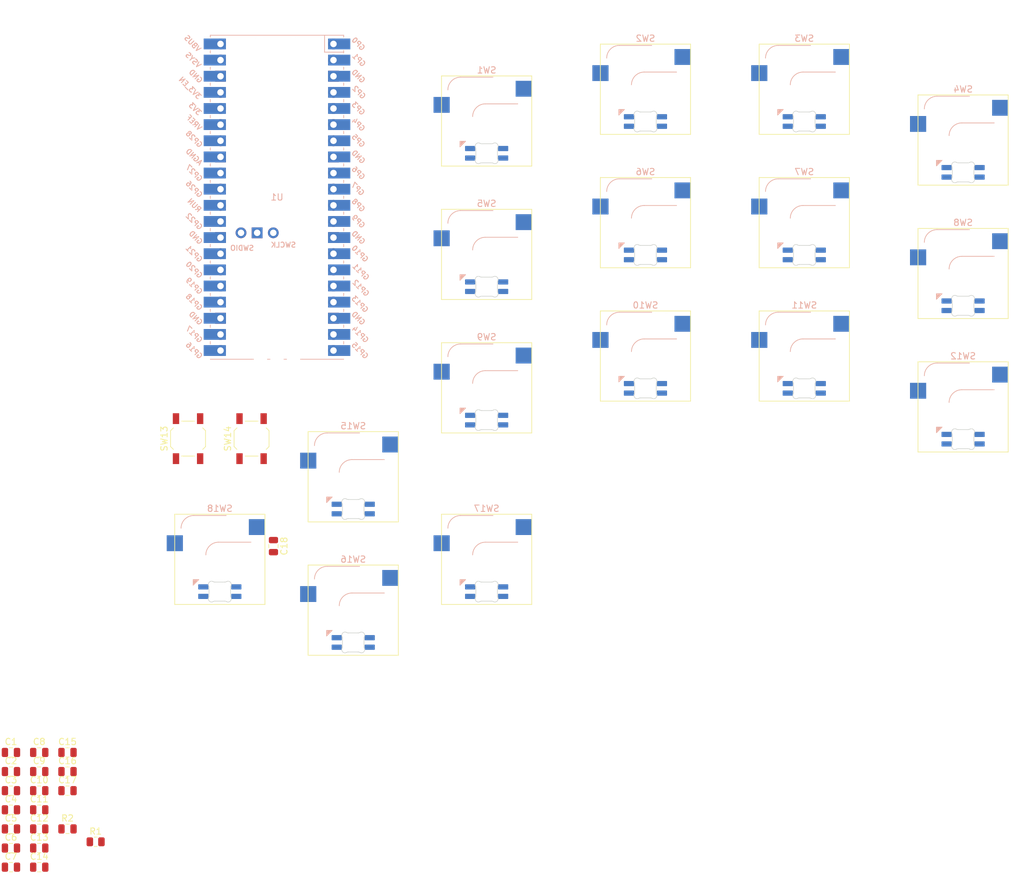
<source format=kicad_pcb>
(kicad_pcb (version 20221018) (generator pcbnew)
  (layers (0 "F.Cu" signal) (31 "B.Cu" signal) (34 "B.Paste" user) (35 "F.Paste" user) (36 "B.SilkS" user "B.Silkscreen") (37 "F.SilkS" user "F.Silkscreen") (38 "B.Mask" user) (39 "F.Mask" user) (44 "Edge.Cuts" user))
  (net 0 "")
  (net 1 "/GPIO10")
  (net 2 "GND")
  (net 3 "/GPIO6")
  (net 4 "/GPIO7")
  (net 5 "/GPIO11")
  (net 6 "/GPIO13")
  (net 7 "/GPIO12")
  (net 8 "/GPIO9")
  (net 9 "/GPIO8")
  (net 10 "/GPIO16")
  (net 11 "/GPIO17")
  (net 12 "/GPIO18")
  (net 13 "/GPIO19")
  (net 14 "/GPIO20")
  (net 15 "/GPIO21")
  (net 16 "/GPIO2")
  (net 17 "/GPIO3")
  (net 18 "/GPIO4")
  (net 19 "/GPIO5")
  (net 20 "+5V")
  (net 21 "/LED_DI_2")
  (net 22 "/LED_DI_1")
  (net 23 "/LED_DI_3")
  (net 24 "/LED_DI_4")
  (net 25 "/LED_DI_5")
  (net 26 "/LED_DI_6")
  (net 27 "/LED_DI_7")
  (net 28 "/LED_DI_8")
  (net 29 "/LED_DI_9")
  (net 30 "/LED_DI_10")
  (net 31 "/LED_DI_12")
  (net 32 "/LED_DI_11")
  (net 33 "/LED_DI_13")
  (net 34 "/LED_DI_15")
  (net 35 "/LED_DI_16")
  (net 36 "/LED_DI_17")
  (net 37 "/LED_DI_18")
  (net 39 "+3V3")
  (net 40 "/SW_V")
  (net 42 "/DISP_SDA")
  (net 43 "/DISP_SCL")
  (net 52 "/VSYS")
  (footprint "pico-xpad-special:LED_SK6812MINI-E_PLCC4_3.5x3.5mm_P1.75mm" (layer "F.Cu") (at 170 129)
    (fp_text reference "D17" hide)
    (fp_text value "SK6812MINI-E")
    (fp_line (start -1.699999 5.782842) (end -1.699999 4.377158) (stroke (width 0.1)) (layer "Edge.Cuts"))
    (fp_line (start -0.794452 3.58) (end 0.794452 3.58) (stroke (width 0.1)) (layer "Edge.Cuts"))
    (fp_line (start 0.794452 6.579999) (end -0.794453 6.579999) (stroke (width 0.1)) (layer "Edge.Cuts"))
    (fp_line (start 1.699999 4.377158) (end 1.699999 5.782842) (stroke (width 0.1)) (layer "Edge.Cuts"))
    (fp_arc (start -1.749484 4.16028) (mid -1.712527 4.265932) (end -1.699999 4.377158) (stroke (width 0.1)) (layer "Edge.Cuts"))
    (fp_arc (start -1.749484 4.160281) (mid -1.638072 3.575965) (end -1.046711 3.511701) (stroke (width 0.1)) (layer "Edge.Cuts"))
    (fp_arc (start -1.699999 5.782843) (mid -1.712527 5.894068) (end -1.749484 5.99972) (stroke (width 0.1)) (layer "Edge.Cuts"))
    (fp_arc (start -1.046711 6.648298) (mid -1.63807 6.584034) (end -1.749484 5.99972) (stroke (width 0.1)) (layer "Edge.Cuts"))
    (fp_arc (start -1.046711 6.648298) (mid -0.925123 6.597376) (end -0.794453 6.579999) (stroke (width 0.1)) (layer "Edge.Cuts"))
    (fp_arc (start -0.794452 3.58) (mid -0.925123 3.562623) (end -1.046711 3.511701) (stroke (width 0.1)) (layer "Edge.Cuts"))
    (fp_arc (start 0.794453 6.58) (mid 0.925123 6.597377) (end 1.046711 6.648299) (stroke (width 0.1)) (layer "Edge.Cuts"))
    (fp_arc (start 1.04671 3.511701) (mid 0.925122 3.562623) (end 0.794452 3.58) (stroke (width 0.1)) (layer "Edge.Cuts"))
    (fp_arc (start 1.046711 3.511703) (mid 1.63807 3.575965) (end 1.749484 4.16028) (stroke (width 0.1)) (layer "Edge.Cuts"))
    (fp_arc (start 1.699999 4.377157) (mid 1.712528 4.265932) (end 1.749484 4.16028) (stroke (width 0.1)) (layer "Edge.Cuts"))
    (fp_arc (start 1.749484 5.99972) (mid 1.638072 6.584037) (end 1.046711 6.648299) (stroke (width 0.1)) (layer "Edge.Cuts"))
    (fp_arc (start 1.749484 5.99972) (mid 1.712519 5.894069) (end 1.699999 5.782842) (stroke (width 0.1)) (layer "Edge.Cuts"))
    (pad "1" smd roundrect (at 2.6 5.83 90) (size 0.82 1.6) (layers "B.Cu" "B.Paste" "B.Mask") (roundrect_rratio 0.1) (net 20 "+5V"))
    (pad "2" smd roundrect (at 2.6 4.33 90) (size 0.82 1.6) (layers "B.Cu" "B.Paste" "B.Mask") (roundrect_rratio 0.1) (net 37 "/LED_DI_18"))
    (pad "3" smd roundrect (at -2.6 4.33 90) (size 0.82 1.6) (layers "B.Cu" "B.Paste" "B.Mask") (roundrect_rratio 0.1) (net 2 "GND"))
    (pad "4" smd roundrect (at -2.6 5.83 90) (size 0.82 1.6) (layers "B.Cu" "B.Paste" "B.Mask") (roundrect_rratio 0.1) (net 36 "/LED_DI_17"))
  )
  (footprint "pico-xpad-special:Keyswitch_Hotswap_Kailh_1.00u" (layer "F.Cu") (at 170 81)
    (fp_text reference "SW5" (at 0 -8 -180) (layer "B.SilkS") (effects (justify mirror)))
    (fp_text value "SW_Push")
    (pad "" np_thru_hole circle (at -5.08 0) (size 1.75 1.75) (drill 1.75) (layers "*.Cu" "*.Mask"))
    (pad "" np_thru_hole circle (at -3.81 -2.54) (size 3 3) (drill 3) (layers "*.Cu" "*.Mask"))
    (pad "" np_thru_hole circle (at 0 0) (size 4 4) (drill 4) (layers "*.Cu" "*.Mask"))
    (pad "" np_thru_hole circle (at 2.54 -5.08) (size 3 3) (drill 3) (layers "*.Cu" "*.Mask"))
    (pad "" np_thru_hole circle (at 5.08 0) (size 1.75 1.75) (drill 1.75) (layers "*.Cu" "*.Mask"))
    (pad "1" smd rect (at -7.085 -2.54) (size 2.55 2.5) (layers "B.Cu" "B.Paste" "B.Mask") (net 40 "/SW_V"))
    (pad "2" smd rect (at 5.842 -5.08) (size 2.55 2.5) (layers "B.Cu" "B.Paste" "B.Mask") (net 6 "/GPIO13"))
  )
  (footprint "Capacitor_SMD:C_0805_2012Metric" (layer "F.Cu") (at 104.023 159.392)
    (fp_text reference "C15" (at 0 -1.68) (layer "F.SilkS"))
    (fp_text value "DNP")
    (pad "1" smd roundrect (at -0.95 0) (size 1 1.45) (layers "F.Cu" "F.Paste" "F.Mask") (net 16 "/GPIO2"))
    (pad "2" smd roundrect (at 0.95 0) (size 1 1.45) (layers "F.Cu" "F.Paste" "F.Mask") (net 2 "GND"))
  )
  (footprint "pico-xpad-special:LED_SK6812MINI-E_PLCC4_3.5x3.5mm_P1.75mm" (layer "F.Cu") (at 245 105)
    (fp_text reference "D12" hide)
    (fp_text value "SK6812MINI-E")
    (fp_line (start -1.699999 5.782842) (end -1.699999 4.377158) (stroke (width 0.1)) (layer "Edge.Cuts"))
    (fp_line (start -0.794452 3.58) (end 0.794452 3.58) (stroke (width 0.1)) (layer "Edge.Cuts"))
    (fp_line (start 0.794452 6.579999) (end -0.794453 6.579999) (stroke (width 0.1)) (layer "Edge.Cuts"))
    (fp_line (start 1.699999 4.377158) (end 1.699999 5.782842) (stroke (width 0.1)) (layer "Edge.Cuts"))
    (fp_arc (start -1.749484 4.16028) (mid -1.712527 4.265932) (end -1.699999 4.377158) (stroke (width 0.1)) (layer "Edge.Cuts"))
    (fp_arc (start -1.749484 4.160281) (mid -1.638072 3.575965) (end -1.046711 3.511701) (stroke (width 0.1)) (layer "Edge.Cuts"))
    (fp_arc (start -1.699999 5.782843) (mid -1.712527 5.894068) (end -1.749484 5.99972) (stroke (width 0.1)) (layer "Edge.Cuts"))
    (fp_arc (start -1.046711 6.648298) (mid -1.63807 6.584034) (end -1.749484 5.99972) (stroke (width 0.1)) (layer "Edge.Cuts"))
    (fp_arc (start -1.046711 6.648298) (mid -0.925123 6.597376) (end -0.794453 6.579999) (stroke (width 0.1)) (layer "Edge.Cuts"))
    (fp_arc (start -0.794452 3.58) (mid -0.925123 3.562623) (end -1.046711 3.511701) (stroke (width 0.1)) (layer "Edge.Cuts"))
    (fp_arc (start 0.794453 6.58) (mid 0.925123 6.597377) (end 1.046711 6.648299) (stroke (width 0.1)) (layer "Edge.Cuts"))
    (fp_arc (start 1.04671 3.511701) (mid 0.925122 3.562623) (end 0.794452 3.58) (stroke (width 0.1)) (layer "Edge.Cuts"))
    (fp_arc (start 1.046711 3.511703) (mid 1.63807 3.575965) (end 1.749484 4.16028) (stroke (width 0.1)) (layer "Edge.Cuts"))
    (fp_arc (start 1.699999 4.377157) (mid 1.712528 4.265932) (end 1.749484 4.16028) (stroke (width 0.1)) (layer "Edge.Cuts"))
    (fp_arc (start 1.749484 5.99972) (mid 1.638072 6.584037) (end 1.046711 6.648299) (stroke (width 0.1)) (layer "Edge.Cuts"))
    (fp_arc (start 1.749484 5.99972) (mid 1.712519 5.894069) (end 1.699999 5.782842) (stroke (width 0.1)) (layer "Edge.Cuts"))
    (pad "1" smd roundrect (at 2.6 5.83 90) (size 0.82 1.6) (layers "B.Cu" "B.Paste" "B.Mask") (roundrect_rratio 0.1) (net 20 "+5V"))
    (pad "2" smd roundrect (at 2.6 4.33 90) (size 0.82 1.6) (layers "B.Cu" "B.Paste" "B.Mask") (roundrect_rratio 0.1) (net 34 "/LED_DI_15"))
    (pad "3" smd roundrect (at -2.6 4.33 90) (size 0.82 1.6) (layers "B.Cu" "B.Paste" "B.Mask") (roundrect_rratio 0.1) (net 2 "GND"))
    (pad "4" smd roundrect (at -2.6 5.83 90) (size 0.82 1.6) (layers "B.Cu" "B.Paste" "B.Mask") (roundrect_rratio 0.1) (net 33 "/LED_DI_13"))
  )
  (footprint "Capacitor_SMD:C_0805_2012Metric" (layer "F.Cu") (at 99.573 171.432)
    (fp_text reference "C12" (at 0 -1.68) (layer "F.SilkS"))
    (fp_text value "DNP")
    (pad "1" smd roundrect (at -0.95 0) (size 1 1.45) (layers "F.Cu" "F.Paste" "F.Mask") (net 13 "/GPIO19"))
    (pad "2" smd roundrect (at 0.95 0) (size 1 1.45) (layers "F.Cu" "F.Paste" "F.Mask") (net 2 "GND"))
  )
  (footprint "Capacitor_SMD:C_0805_2012Metric" (layer "F.Cu") (at 95.123 159.392)
    (fp_text reference "C1" (at 0 -1.68) (layer "F.SilkS"))
    (fp_text value "DNP")
    (pad "1" smd roundrect (at -0.95 0) (size 1 1.45) (layers "F.Cu" "F.Paste" "F.Mask") (net 1 "/GPIO10"))
    (pad "2" smd roundrect (at 0.95 0) (size 1 1.45) (layers "F.Cu" "F.Paste" "F.Mask") (net 2 "GND"))
  )
  (footprint "Capacitor_SMD:C_0805_2012Metric" (layer "F.Cu") (at 99.573 165.412)
    (fp_text reference "C10" (at 0 -1.68) (layer "F.SilkS"))
    (fp_text value "DNP")
    (pad "1" smd roundrect (at -0.95 0) (size 1 1.45) (layers "F.Cu" "F.Paste" "F.Mask") (net 11 "/GPIO17"))
    (pad "2" smd roundrect (at 0.95 0) (size 1 1.45) (layers "F.Cu" "F.Paste" "F.Mask") (net 2 "GND"))
  )
  (footprint "Button_Switch_SMD:SW_SPST_TL3342" (layer "F.Cu") (at 133 110 90)
    (fp_text reference "SW14" (at 0 -3.75 90) (layer "F.SilkS"))
    (fp_text value "SW_Push")
    (pad "1" smd rect (at -3.15 -1.9 90) (size 1.7 1) (layers "F.Cu" "F.Paste" "F.Mask") (net 40 "/SW_V"))
    (pad "1" smd rect (at 3.15 -1.9 90) (size 1.7 1) (layers "F.Cu" "F.Paste" "F.Mask") (net 40 "/SW_V"))
    (pad "2" smd rect (at -3.15 1.9 90) (size 1.7 1) (layers "F.Cu" "F.Paste" "F.Mask") (net 15 "/GPIO21"))
    (pad "2" smd rect (at 3.15 1.9 90) (size 1.7 1) (layers "F.Cu" "F.Paste" "F.Mask") (net 15 "/GPIO21"))
  )
  (footprint "pico-xpad-special:Keyswitch_Hotswap_Kailh_1.00u" (layer "F.Cu") (at 149 116)
    (fp_text reference "SW15" (at 0 -8 -180) (layer "B.SilkS") (effects (justify mirror)))
    (fp_text value "SW_Push")
    (pad "" np_thru_hole circle (at -5.08 0) (size 1.75 1.75) (drill 1.75) (layers "*.Cu" "*.Mask"))
    (pad "" np_thru_hole circle (at -3.81 -2.54) (size 3 3) (drill 3) (layers "*.Cu" "*.Mask"))
    (pad "" np_thru_hole circle (at 0 0) (size 4 4) (drill 4) (layers "*.Cu" "*.Mask"))
    (pad "" np_thru_hole circle (at 2.54 -5.08) (size 3 3) (drill 3) (layers "*.Cu" "*.Mask"))
    (pad "" np_thru_hole circle (at 5.08 0) (size 1.75 1.75) (drill 1.75) (layers "*.Cu" "*.Mask"))
    (pad "1" smd rect (at -7.085 -2.54) (size 2.55 2.5) (layers "B.Cu" "B.Paste" "B.Mask") (net 40 "/SW_V"))
    (pad "2" smd rect (at 5.842 -5.08) (size 2.55 2.5) (layers "B.Cu" "B.Paste" "B.Mask") (net 16 "/GPIO2"))
  )
  (footprint "pico-xpad-special:LED_SK6812MINI-E_PLCC4_3.5x3.5mm_P1.75mm" (layer "F.Cu") (at 149 116)
    (fp_text reference "D15" hide)
    (fp_text value "SK6812MINI-E")
    (fp_line (start -1.699999 5.782842) (end -1.699999 4.377158) (stroke (width 0.1)) (layer "Edge.Cuts"))
    (fp_line (start -0.794452 3.58) (end 0.794452 3.58) (stroke (width 0.1)) (layer "Edge.Cuts"))
    (fp_line (start 0.794452 6.579999) (end -0.794453 6.579999) (stroke (width 0.1)) (layer "Edge.Cuts"))
    (fp_line (start 1.699999 4.377158) (end 1.699999 5.782842) (stroke (width 0.1)) (layer "Edge.Cuts"))
    (fp_arc (start -1.749484 4.16028) (mid -1.712527 4.265932) (end -1.699999 4.377158) (stroke (width 0.1)) (layer "Edge.Cuts"))
    (fp_arc (start -1.749484 4.160281) (mid -1.638072 3.575965) (end -1.046711 3.511701) (stroke (width 0.1)) (layer "Edge.Cuts"))
    (fp_arc (start -1.699999 5.782843) (mid -1.712527 5.894068) (end -1.749484 5.99972) (stroke (width 0.1)) (layer "Edge.Cuts"))
    (fp_arc (start -1.046711 6.648298) (mid -1.63807 6.584034) (end -1.749484 5.99972) (stroke (width 0.1)) (layer "Edge.Cuts"))
    (fp_arc (start -1.046711 6.648298) (mid -0.925123 6.597376) (end -0.794453 6.579999) (stroke (width 0.1)) (layer "Edge.Cuts"))
    (fp_arc (start -0.794452 3.58) (mid -0.925123 3.562623) (end -1.046711 3.511701) (stroke (width 0.1)) (layer "Edge.Cuts"))
    (fp_arc (start 0.794453 6.58) (mid 0.925123 6.597377) (end 1.046711 6.648299) (stroke (width 0.1)) (layer "Edge.Cuts"))
    (fp_arc (start 1.04671 3.511701) (mid 0.925122 3.562623) (end 0.794452 3.58) (stroke (width 0.1)) (layer "Edge.Cuts"))
    (fp_arc (start 1.046711 3.511703) (mid 1.63807 3.575965) (end 1.749484 4.16028) (stroke (width 0.1)) (layer "Edge.Cuts"))
    (fp_arc (start 1.699999 4.377157) (mid 1.712528 4.265932) (end 1.749484 4.16028) (stroke (width 0.1)) (layer "Edge.Cuts"))
    (fp_arc (start 1.749484 5.99972) (mid 1.638072 6.584037) (end 1.046711 6.648299) (stroke (width 0.1)) (layer "Edge.Cuts"))
    (fp_arc (start 1.749484 5.99972) (mid 1.712519 5.894069) (end 1.699999 5.782842) (stroke (width 0.1)) (layer "Edge.Cuts"))
    (pad "1" smd roundrect (at 2.6 5.83 90) (size 0.82 1.6) (layers "B.Cu" "B.Paste" "B.Mask") (roundrect_rratio 0.1) (net 20 "+5V"))
    (pad "2" smd roundrect (at 2.6 4.33 90) (size 0.82 1.6) (layers "B.Cu" "B.Paste" "B.Mask") (roundrect_rratio 0.1) (net 35 "/LED_DI_16"))
    (pad "3" smd roundrect (at -2.6 4.33 90) (size 0.82 1.6) (layers "B.Cu" "B.Paste" "B.Mask") (roundrect_rratio 0.1) (net 2 "GND"))
    (pad "4" smd roundrect (at -2.6 5.83 90) (size 0.82 1.6) (layers "B.Cu" "B.Paste" "B.Mask") (roundrect_rratio 0.1) (net 34 "/LED_DI_15"))
  )
  (footprint "Capacitor_SMD:C_0805_2012Metric" (layer "F.Cu") (at 99.573 159.392)
    (fp_text reference "C8" (at 0 -1.68) (layer "F.SilkS"))
    (fp_text value "DNP")
    (pad "1" smd roundrect (at -0.95 0) (size 1 1.45) (layers "F.Cu" "F.Paste" "F.Mask") (net 9 "/GPIO8"))
    (pad "2" smd roundrect (at 0.95 0) (size 1 1.45) (layers "F.Cu" "F.Paste" "F.Mask") (net 2 "GND"))
  )
  (footprint "pico-xpad-special:Keyswitch_Hotswap_Kailh_1.00u" (layer "F.Cu") (at 170 129)
    (fp_text reference "SW17" (at 0 -8 -180) (layer "B.SilkS") (effects (justify mirror)))
    (fp_text value "SW_Push")
    (pad "" np_thru_hole circle (at -5.08 0) (size 1.75 1.75) (drill 1.75) (layers "*.Cu" "*.Mask"))
    (pad "" np_thru_hole circle (at -3.81 -2.54) (size 3 3) (drill 3) (layers "*.Cu" "*.Mask"))
    (pad "" np_thru_hole circle (at 0 0) (size 4 4) (drill 4) (layers "*.Cu" "*.Mask"))
    (pad "" np_thru_hole circle (at 2.54 -5.08) (size 3 3) (drill 3) (layers "*.Cu" "*.Mask"))
    (pad "" np_thru_hole circle (at 5.08 0) (size 1.75 1.75) (drill 1.75) (layers "*.Cu" "*.Mask"))
    (pad "1" smd rect (at -7.085 -2.54) (size 2.55 2.5) (layers "B.Cu" "B.Paste" "B.Mask") (net 40 "/SW_V"))
    (pad "2" smd rect (at 5.842 -5.08) (size 2.55 2.5) (layers "B.Cu" "B.Paste" "B.Mask") (net 18 "/GPIO4"))
  )
  (footprint "pico-xpad-special:Keyswitch_Hotswap_Kailh_1.00u" (layer "F.Cu") (at 149 137)
    (fp_text reference "SW16" (at 0 -8 -180) (layer "B.SilkS") (effects (justify mirror)))
    (fp_text value "SW_Push")
    (pad "" np_thru_hole circle (at -5.08 0) (size 1.75 1.75) (drill 1.75) (layers "*.Cu" "*.Mask"))
    (pad "" np_thru_hole circle (at -3.81 -2.54) (size 3 3) (drill 3) (layers "*.Cu" "*.Mask"))
    (pad "" np_thru_hole circle (at 0 0) (size 4 4) (drill 4) (layers "*.Cu" "*.Mask"))
    (pad "" np_thru_hole circle (at 2.54 -5.08) (size 3 3) (drill 3) (layers "*.Cu" "*.Mask"))
    (pad "" np_thru_hole circle (at 5.08 0) (size 1.75 1.75) (drill 1.75) (layers "*.Cu" "*.Mask"))
    (pad "1" smd rect (at -7.085 -2.54) (size 2.55 2.5) (layers "B.Cu" "B.Paste" "B.Mask") (net 40 "/SW_V"))
    (pad "2" smd rect (at 5.842 -5.08) (size 2.55 2.5) (layers "B.Cu" "B.Paste" "B.Mask") (net 17 "/GPIO3"))
  )
  (footprint "Resistor_SMD:R_0805_2012Metric" (layer "F.Cu") (at 108.453 173.462)
    (fp_text reference "R1" (at 0 -1.65) (layer "F.SilkS"))
    (fp_text value "R_Small")
    (pad "1" smd roundrect (at -0.9125 0) (size 1.025 1.4) (layers "F.Cu" "F.Paste" "F.Mask") (roundrect_rratio 0.243902) (net 39 "+3V3"))
    (pad "2" smd roundrect (at 0.9125 0) (size 1.025 1.4) (layers "F.Cu" "F.Paste" "F.Mask") (roundrect_rratio 0.243902) (net 40 "/SW_V"))
  )
  (footprint "pico-xpad-special:LED_SK6812MINI-E_PLCC4_3.5x3.5mm_P1.75mm" (layer "F.Cu") (at 170 60)
    (fp_text reference "D1" hide)
    (fp_text value "SK6812MINI-E")
    (fp_line (start -1.699999 5.782842) (end -1.699999 4.377158) (stroke (width 0.1)) (layer "Edge.Cuts"))
    (fp_line (start -0.794452 3.58) (end 0.794452 3.58) (stroke (width 0.1)) (layer "Edge.Cuts"))
    (fp_line (start 0.794452 6.579999) (end -0.794453 6.579999) (stroke (width 0.1)) (layer "Edge.Cuts"))
    (fp_line (start 1.699999 4.377158) (end 1.699999 5.782842) (stroke (width 0.1)) (layer "Edge.Cuts"))
    (fp_arc (start -1.749484 4.16028) (mid -1.712527 4.265932) (end -1.699999 4.377158) (stroke (width 0.1)) (layer "Edge.Cuts"))
    (fp_arc (start -1.749484 4.160281) (mid -1.638072 3.575965) (end -1.046711 3.511701) (stroke (width 0.1)) (layer "Edge.Cuts"))
    (fp_arc (start -1.699999 5.782843) (mid -1.712527 5.894068) (end -1.749484 5.99972) (stroke (width 0.1)) (layer "Edge.Cuts"))
    (fp_arc (start -1.046711 6.648298) (mid -1.63807 6.584034) (end -1.749484 5.99972) (stroke (width 0.1)) (layer "Edge.Cuts"))
    (fp_arc (start -1.046711 6.648298) (mid -0.925123 6.597376) (end -0.794453 6.579999) (stroke (width 0.1)) (layer "Edge.Cuts"))
    (fp_arc (start -0.794452 3.58) (mid -0.925123 3.562623) (end -1.046711 3.511701) (stroke (width 0.1)) (layer "Edge.Cuts"))
    (fp_arc (start 0.794453 6.58) (mid 0.925123 6.597377) (end 1.046711 6.648299) (stroke (width 0.1)) (layer "Edge.Cuts"))
    (fp_arc (start 1.04671 3.511701) (mid 0.925122 3.562623) (end 0.794452 3.58) (stroke (width 0.1)) (layer "Edge.Cuts"))
    (fp_arc (start 1.046711 3.511703) (mid 1.63807 3.575965) (end 1.749484 4.16028) (stroke (width 0.1)) (layer "Edge.Cuts"))
    (fp_arc (start 1.699999 4.377157) (mid 1.712528 4.265932) (end 1.749484 4.16028) (stroke (width 0.1)) (layer "Edge.Cuts"))
    (fp_arc (start 1.749484 5.99972) (mid 1.638072 6.584037) (end 1.046711 6.648299) (stroke (width 0.1)) (layer "Edge.Cuts"))
    (fp_arc (start 1.749484 5.99972) (mid 1.712519 5.894069) (end 1.699999 5.782842) (stroke (width 0.1)) (layer "Edge.Cuts"))
    (pad "1" smd roundrect (at 2.6 5.83 90) (size 0.82 1.6) (layers "B.Cu" "B.Paste" "B.Mask") (roundrect_rratio 0.1) (net 20 "+5V"))
    (pad "2" smd roundrect (at 2.6 4.33 90) (size 0.82 1.6) (layers "B.Cu" "B.Paste" "B.Mask") (roundrect_rratio 0.1) (net 21 "/LED_DI_2"))
    (pad "3" smd roundrect (at -2.6 4.33 90) (size 0.82 1.6) (layers "B.Cu" "B.Paste" "B.Mask") (roundrect_rratio 0.1) (net 2 "GND"))
    (pad "4" smd roundrect (at -2.6 5.83 90) (size 0.82 1.6) (layers "B.Cu" "B.Paste" "B.Mask") (roundrect_rratio 0.1) (net 22 "/LED_DI_1"))
  )
  (footprint "Capacitor_SMD:C_0805_2012Metric" (layer "F.Cu") (at 95.123 165.412)
    (fp_text reference "C3" (at 0 -1.68) (layer "F.SilkS"))
    (fp_text value "DNP")
    (pad "1" smd roundrect (at -0.95 0) (size 1 1.45) (layers "F.Cu" "F.Paste" "F.Mask") (net 4 "/GPIO7"))
    (pad "2" smd roundrect (at 0.95 0) (size 1 1.45) (layers "F.Cu" "F.Paste" "F.Mask") (net 2 "GND"))
  )
  (footprint "Capacitor_SMD:C_0805_2012Metric" (layer "F.Cu") (at 99.573 177.452)
    (fp_text reference "C14" (at 0 -1.68) (layer "F.SilkS"))
    (fp_text value "DNP")
    (pad "1" smd roundrect (at -0.95 0) (size 1 1.45) (layers "F.Cu" "F.Paste" "F.Mask") (net 15 "/GPIO21"))
    (pad "2" smd roundrect (at 0.95 0) (size 1 1.45) (layers "F.Cu" "F.Paste" "F.Mask") (net 2 "GND"))
  )
  (footprint "pico-xpad-special:LED_SK6812MINI-E_PLCC4_3.5x3.5mm_P1.75mm" (layer "F.Cu") (at 245 84)
    (fp_text reference "D8" hide)
    (fp_text value "SK6812MINI-E")
    (fp_line (start -1.699999 5.782842) (end -1.699999 4.377158) (stroke (width 0.1)) (layer "Edge.Cuts"))
    (fp_line (start -0.794452 3.58) (end 0.794452 3.58) (stroke (width 0.1)) (layer "Edge.Cuts"))
    (fp_line (start 0.794452 6.579999) (end -0.794453 6.579999) (stroke (width 0.1)) (layer "Edge.Cuts"))
    (fp_line (start 1.699999 4.377158) (end 1.699999 5.782842) (stroke (width 0.1)) (layer "Edge.Cuts"))
    (fp_arc (start -1.749484 4.16028) (mid -1.712527 4.265932) (end -1.699999 4.377158) (stroke (width 0.1)) (layer "Edge.Cuts"))
    (fp_arc (start -1.749484 4.160281) (mid -1.638072 3.575965) (end -1.046711 3.511701) (stroke (width 0.1)) (layer "Edge.Cuts"))
    (fp_arc (start -1.699999 5.782843) (mid -1.712527 5.894068) (end -1.749484 5.99972) (stroke (width 0.1)) (layer "Edge.Cuts"))
    (fp_arc (start -1.046711 6.648298) (mid -1.63807 6.584034) (end -1.749484 5.99972) (stroke (width 0.1)) (layer "Edge.Cuts"))
    (fp_arc (start -1.046711 6.648298) (mid -0.925123 6.597376) (end -0.794453 6.579999) (stroke (width 0.1)) (layer "Edge.Cuts"))
    (fp_arc (start -0.794452 3.58) (mid -0.925123 3.562623) (end -1.046711 3.511701) (stroke (width 0.1)) (layer "Edge.Cuts"))
    (fp_arc (start 0.794453 6.58) (mid 0.925123 6.597377) (end 1.046711 6.648299) (stroke (width 0.1)) (layer "Edge.Cuts"))
    (fp_arc (start 1.04671 3.511701) (mid 0.925122 3.562623) (end 0.794452 3.58) (stroke (width 0.1)) (layer "Edge.Cuts"))
    (fp_arc (start 1.046711 3.511703) (mid 1.63807 3.575965) (end 1.749484 4.16028) (stroke (width 0.1)) (layer "Edge.Cuts"))
    (fp_arc (start 1.699999 4.377157) (mid 1.712528 4.265932) (end 1.749484 4.16028) (stroke (width 0.1)) (layer "Edge.Cuts"))
    (fp_arc (start 1.749484 5.99972) (mid 1.638072 6.584037) (end 1.046711 6.648299) (stroke (width 0.1)) (layer "Edge.Cuts"))
    (fp_arc (start 1.749484 5.99972) (mid 1.712519 5.894069) (end 1.699999 5.782842) (stroke (width 0.1)) (layer "Edge.Cuts"))
    (pad "1" smd roundrect (at 2.6 5.83 90) (size 0.82 1.6) (layers "B.Cu" "B.Paste" "B.Mask") (roundrect_rratio 0.1) (net 20 "+5V"))
    (pad "2" smd roundrect (at 2.6 4.33 90) (size 0.82 1.6) (layers "B.Cu" "B.Paste" "B.Mask") (roundrect_rratio 0.1) (net 29 "/LED_DI_9"))
    (pad "3" smd roundrect (at -2.6 4.33 90) (size 0.82 1.6) (layers "B.Cu" "B.Paste" "B.Mask") (roundrect_rratio 0.1) (net 2 "GND"))
    (pad "4" smd roundrect (at -2.6 5.83 90) (size 0.82 1.6) (layers "B.Cu" "B.Paste" "B.Mask") (roundrect_rratio 0.1) (net 28 "/LED_DI_8"))
  )
  (footprint "Capacitor_SMD:C_0805_2012Metric" (layer "F.Cu") (at 136.442 126.916 -90)
    (fp_text reference "C18" (at 0 -1.68 90) (layer "F.SilkS"))
    (fp_text value "DNP")
    (pad "1" smd roundrect (at -0.95 0 270) (size 1 1.45) (layers "F.Cu" "F.Paste" "F.Mask") (net 19 "/GPIO5"))
    (pad "2" smd roundrect (at 0.95 0 270) (size 1 1.45) (layers "F.Cu" "F.Paste" "F.Mask") (net 2 "GND"))
  )
  (footprint "pico-xpad-special:LED_SK6812MINI-E_PLCC4_3.5x3.5mm_P1.75mm" (layer "F.Cu") (at 195 76)
    (fp_text reference "D6" hide)
    (fp_text value "SK6812MINI-E")
    (fp_line (start -1.699999 5.782842) (end -1.699999 4.377158) (stroke (width 0.1)) (layer "Edge.Cuts"))
    (fp_line (start -0.794452 3.58) (end 0.794452 3.58) (stroke (width 0.1)) (layer "Edge.Cuts"))
    (fp_line (start 0.794452 6.579999) (end -0.794453 6.579999) (stroke (width 0.1)) (layer "Edge.Cuts"))
    (fp_line (start 1.699999 4.377158) (end 1.699999 5.782842) (stroke (width 0.1)) (layer "Edge.Cuts"))
    (fp_arc (start -1.749484 4.16028) (mid -1.712527 4.265932) (end -1.699999 4.377158) (stroke (width 0.1)) (layer "Edge.Cuts"))
    (fp_arc (start -1.749484 4.160281) (mid -1.638072 3.575965) (end -1.046711 3.511701) (stroke (width 0.1)) (layer "Edge.Cuts"))
    (fp_arc (start -1.699999 5.782843) (mid -1.712527 5.894068) (end -1.749484 5.99972) (stroke (width 0.1)) (layer "Edge.Cuts"))
    (fp_arc (start -1.046711 6.648298) (mid -1.63807 6.584034) (end -1.749484 5.99972) (stroke (width 0.1)) (layer "Edge.Cuts"))
    (fp_arc (start -1.046711 6.648298) (mid -0.925123 6.597376) (end -0.794453 6.579999) (stroke (width 0.1)) (layer "Edge.Cuts"))
    (fp_arc (start -0.794452 3.58) (mid -0.925123 3.562623) (end -1.046711 3.511701) (stroke (width 0.1)) (layer "Edge.Cuts"))
    (fp_arc (start 0.794453 6.58) (mid 0.925123 6.597377) (end 1.046711 6.648299) (stroke (width 0.1)) (layer "Edge.Cuts"))
    (fp_arc (start 1.04671 3.511701) (mid 0.925122 3.562623) (end 0.794452 3.58) (stroke (width 0.1)) (layer "Edge.Cuts"))
    (fp_arc (start 1.046711 3.511703) (mid 1.63807 3.575965) (end 1.749484 4.16028) (stroke (width 0.1)) (layer "Edge.Cuts"))
    (fp_arc (start 1.699999 4.377157) (mid 1.712528 4.265932) (end 1.749484 4.16028) (stroke (width 0.1)) (layer "Edge.Cuts"))
    (fp_arc (start 1.749484 5.99972) (mid 1.638072 6.584037) (end 1.046711 6.648299) (stroke (width 0.1)) (layer "Edge.Cuts"))
    (fp_arc (start 1.749484 5.99972) (mid 1.712519 5.894069) (end 1.699999 5.782842) (stroke (width 0.1)) (layer "Edge.Cuts"))
    (pad "1" smd roundrect (at 2.6 5.83 90) (size 0.82 1.6) (layers "B.Cu" "B.Paste" "B.Mask") (roundrect_rratio 0.1) (net 20 "+5V"))
    (pad "2" smd roundrect (at 2.6 4.33 90) (size 0.82 1.6) (layers "B.Cu" "B.Paste" "B.Mask") (roundrect_rratio 0.1) (net 27 "/LED_DI_7"))
    (pad "3" smd roundrect (at -2.6 4.33 90) (size 0.82 1.6) (layers "B.Cu" "B.Paste" "B.Mask") (roundrect_rratio 0.1) (net 2 "GND"))
    (pad "4" smd roundrect (at -2.6 5.83 90) (size 0.82 1.6) (layers "B.Cu" "B.Paste" "B.Mask") (roundrect_rratio 0.1) (net 26 "/LED_DI_6"))
  )
  (footprint "pico-xpad-special:Keyswitch_Hotswap_Kailh_1.00u" (layer "F.Cu") (at 245 63)
    (fp_text reference "SW4" (at 0 -8 -180) (layer "B.SilkS") (effects (justify mirror)))
    (fp_text value "SW_Push")
    (pad "" np_thru_hole circle (at -5.08 0) (size 1.75 1.75) (drill 1.75) (layers "*.Cu" "*.Mask"))
    (pad "" np_thru_hole circle (at -3.81 -2.54) (size 3 3) (drill 3) (layers "*.Cu" "*.Mask"))
    (pad "" np_thru_hole circle (at 0 0) (size 4 4) (drill 4) (layers "*.Cu" "*.Mask"))
    (pad "" np_thru_hole circle (at 2.54 -5.08) (size 3 3) (drill 3) (layers "*.Cu" "*.Mask"))
    (pad "" np_thru_hole circle (at 5.08 0) (size 1.75 1.75) (drill 1.75) (layers "*.Cu" "*.Mask"))
    (pad "1" smd rect (at -7.085 -2.54) (size 2.55 2.5) (layers "B.Cu" "B.Paste" "B.Mask") (net 40 "/SW_V"))
    (pad "2" smd rect (at 5.842 -5.08) (size 2.55 2.5) (layers "B.Cu" "B.Paste" "B.Mask") (net 5 "/GPIO11"))
  )
  (footprint "pico-xpad-special:LED_SK6812MINI-E_PLCC4_3.5x3.5mm_P1.75mm" (layer "F.Cu") (at 195 97)
    (fp_text reference "D10" hide)
    (fp_text value "SK6812MINI-E")
    (fp_line (start -1.699999 5.782842) (end -1.699999 4.377158) (stroke (width 0.1)) (layer "Edge.Cuts"))
    (fp_line (start -0.794452 3.58) (end 0.794452 3.58) (stroke (width 0.1)) (layer "Edge.Cuts"))
    (fp_line (start 0.794452 6.579999) (end -0.794453 6.579999) (stroke (width 0.1)) (layer "Edge.Cuts"))
    (fp_line (start 1.699999 4.377158) (end 1.699999 5.782842) (stroke (width 0.1)) (layer "Edge.Cuts"))
    (fp_arc (start -1.749484 4.16028) (mid -1.712527 4.265932) (end -1.699999 4.377158) (stroke (width 0.1)) (layer "Edge.Cuts"))
    (fp_arc (start -1.749484 4.160281) (mid -1.638072 3.575965) (end -1.046711 3.511701) (stroke (width 0.1)) (layer "Edge.Cuts"))
    (fp_arc (start -1.699999 5.782843) (mid -1.712527 5.894068) (end -1.749484 5.99972) (stroke (width 0.1)) (layer "Edge.Cuts"))
    (fp_arc (start -1.046711 6.648298) (mid -1.63807 6.584034) (end -1.749484 5.99972) (stroke (width 0.1)) (layer "Edge.Cuts"))
    (fp_arc (start -1.046711 6.648298) (mid -0.925123 6.597376) (end -0.794453 6.579999) (stroke (width 0.1)) (layer "Edge.Cuts"))
    (fp_arc (start -0.794452 3.58) (mid -0.925123 3.562623) (end -1.046711 3.511701) (stroke (width 0.1)) (layer "Edge.Cuts"))
    (fp_arc (start 0.794453 6.58) (mid 0.925123 6.597377) (end 1.046711 6.648299) (stroke (width 0.1)) (layer "Edge.Cuts"))
    (fp_arc (start 1.04671 3.511701) (mid 0.925122 3.562623) (end 0.794452 3.58) (stroke (width 0.1)) (layer "Edge.Cuts"))
    (fp_arc (start 1.046711 3.511703) (mid 1.63807 3.575965) (end 1.749484 4.16028) (stroke (width 0.1)) (layer "Edge.Cuts"))
    (fp_arc (start 1.699999 4.377157) (mid 1.712528 4.265932) (end 1.749484 4.16028) (stroke (width 0.1)) (layer "Edge.Cuts"))
    (fp_arc (start 1.749484 5.99972) (mid 1.638072 6.584037) (end 1.046711 6.648299) (stroke (width 0.1)) (layer "Edge.Cuts"))
    (fp_arc (start 1.749484 5.99972) (mid 1.712519 5.894069) (end 1.699999 5.782842) (stroke (width 0.1)) (layer "Edge.Cuts"))
    (pad "1" smd roundrect (at 2.6 5.83 90) (size 0.82 1.6) (layers "B.Cu" "B.Paste" "B.Mask") (roundrect_rratio 0.1) (net 20 "+5V"))
    (pad "2" smd roundrect (at 2.6 4.33 90) (size 0.82 1.6) (layers "B.Cu" "B.Paste" "B.Mask") (roundrect_rratio 0.1) (net 31 "/LED_DI_12"))
    (pad "3" smd roundrect (at -2.6 4.33 90) (size 0.82 1.6) (layers "B.Cu" "B.Paste" "B.Mask") (roundrect_rratio 0.1) (net 2 "GND"))
    (pad "4" smd roundrect (at -2.6 5.83 90) (size 0.82 1.6) (layers "B.Cu" "B.Paste" "B.Mask") (roundrect_rratio 0.1) (net 32 "/LED_DI_11"))
  )
  (footprint "Capacitor_SMD:C_0805_2012Metric" (layer "F.Cu") (at 95.123 177.452)
    (fp_text reference "C7" (at 0 -1.68) (layer "F.SilkS"))
    (fp_text value "DNP")
    (pad "1" smd roundrect (at -0.95 0) (size 1 1.45) (layers "F.Cu" "F.Paste" "F.Mask") (net 8 "/GPIO9"))
    (pad "2" smd roundrect (at 0.95 0) (size 1 1.45) (layers "F.Cu" "F.Paste" "F.Mask") (net 2 "GND"))
  )
  (footprint "pico-xpad-special:Keyswitch_Hotswap_Kailh_1.00u" (layer "F.Cu") (at 170 102)
    (fp_text reference "SW9" (at 0 -8 -180) (layer "B.SilkS") (effects (justify mirror)))
    (fp_text value "SW_Push")
    (pad "" np_thru_hole circle (at -5.08 0) (size 1.75 1.75) (drill 1.75) (layers "*.Cu" "*.Mask"))
    (pad "" np_thru_hole circle (at -3.81 -2.54) (size 3 3) (drill 3) (layers "*.Cu" "*.Mask"))
    (pad "" np_thru_hole circle (at 0 0) (size 4 4) (drill 4) (layers "*.Cu" "*.Mask"))
    (pad "" np_thru_hole circle (at 2.54 -5.08) (size 3 3) (drill 3) (layers "*.Cu" "*.Mask"))
    (pad "" np_thru_hole circle (at 5.08 0) (size 1.75 1.75) (drill 1.75) (layers "*.Cu" "*.Mask"))
    (pad "1" smd rect (at -7.085 -2.54) (size 2.55 2.5) (layers "B.Cu" "B.Paste" "B.Mask") (net 40 "/SW_V"))
    (pad "2" smd rect (at 5.842 -5.08) (size 2.55 2.5) (layers "B.Cu" "B.Paste" "B.Mask") (net 10 "/GPIO16"))
  )
  (footprint "pico-xpad-special:LED_SK6812MINI-E_PLCC4_3.5x3.5mm_P1.75mm" (layer "F.Cu") (at 170 102)
    (fp_text reference "D9" hide)
    (fp_text value "SK6812MINI-E")
    (fp_line (start -1.699999 5.782842) (end -1.699999 4.377158) (stroke (width 0.1)) (layer "Edge.Cuts"))
    (fp_line (start -0.794452 3.58) (end 0.794452 3.58) (stroke (width 0.1)) (layer "Edge.Cuts"))
    (fp_line (start 0.794452 6.579999) (end -0.794453 6.579999) (stroke (width 0.1)) (layer "Edge.Cuts"))
    (fp_line (start 1.699999 4.377158) (end 1.699999 5.782842) (stroke (width 0.1)) (layer "Edge.Cuts"))
    (fp_arc (start -1.749484 4.16028) (mid -1.712527 4.265932) (end -1.699999 4.377158) (stroke (width 0.1)) (layer "Edge.Cuts"))
    (fp_arc (start -1.749484 4.160281) (mid -1.638072 3.575965) (end -1.046711 3.511701) (stroke (width 0.1)) (layer "Edge.Cuts"))
    (fp_arc (start -1.699999 5.782843) (mid -1.712527 5.894068) (end -1.749484 5.99972) (stroke (width 0.1)) (layer "Edge.Cuts"))
    (fp_arc (start -1.046711 6.648298) (mid -1.63807 6.584034) (end -1.749484 5.99972) (stroke (width 0.1)) (layer "Edge.Cuts"))
    (fp_arc (start -1.046711 6.648298) (mid -0.925123 6.597376) (end -0.794453 6.579999) (stroke (width 0.1)) (layer "Edge.Cuts"))
    (fp_arc (start -0.794452 3.58) (mid -0.925123 3.562623) (end -1.046711 3.511701) (stroke (width 0.1)) (layer "Edge.Cuts"))
    (fp_arc (start 0.794453 6.58) (mid 0.925123 6.597377) (end 1.046711 6.648299) (stroke (width 0.1)) (layer "Edge.Cuts"))
    (fp_arc (start 1.04671 3.511701) (mid 0.925122 3.562623) (end 0.794452 3.58) (stroke (width 0.1)) (layer "Edge.Cuts"))
    (fp_arc (start 1.046711 3.511703) (mid 1.63807 3.575965) (end 1.749484 4.16028) (stroke (width 0.1)) (layer "Edge.Cuts"))
    (fp_arc (start 1.699999 4.377157) (mid 1.712528 4.265932) (end 1.749484 4.16028) (stroke (width 0.1)) (layer "Edge.Cuts"))
    (fp_arc (start 1.749484 5.99972) (mid 1.638072 6.584037) (end 1.046711 6.648299) (stroke (width 0.1)) (layer "Edge.Cuts"))
    (fp_arc (start 1.749484 5.99972) (mid 1.712519 5.894069) (end 1.699999 5.782842) (stroke (width 0.1)) (layer "Edge.Cuts"))
    (pad "1" smd roundrect (at 2.6 5.83 90) (size 0.82 1.6) (layers "B.Cu" "B.Paste" "B.Mask") (roundrect_rratio 0.1) (net 20 "+5V"))
    (pad "2" smd roundrect (at 2.6 4.33 90) (size 0.82 1.6) (layers "B.Cu" "B.Paste" "B.Mask") (roundrect_rratio 0.1) (net 30 "/LED_DI_10"))
    (pad "3" smd roundrect (at -2.6 4.33 90) (size 0.82 1.6) (layers "B.Cu" "B.Paste" "B.Mask") (roundrect_rratio 0.1) (net 2 "GND"))
    (pad "4" smd roundrect (at -2.6 5.83 90) (size 0.82 1.6) (layers "B.Cu" "B.Paste" "B.Mask") (roundrect_rratio 0.1) (net 29 "/LED_DI_9"))
  )
  (footprint "pico-xpad-special:Keyswitch_Hotswap_Kailh_1.00u" (layer "F.Cu") (at 128 129)
    (fp_text reference "SW18" (at 0 -8 -180) (layer "B.SilkS") (effects (justify mirror)))
    (fp_text value "SW_Push")
    (pad "" np_thru_hole circle (at -5.08 0) (size 1.75 1.75) (drill 1.75) (layers "*.Cu" "*.Mask"))
    (pad "" np_thru_hole circle (at -3.81 -2.54) (size 3 3) (drill 3) (layers "*.Cu" "*.Mask"))
    (pad "" np_thru_hole circle (at 0 0) (size 4 4) (drill 4) (layers "*.Cu" "*.Mask"))
    (pad "" np_thru_hole circle (at 2.54 -5.08) (size 3 3) (drill 3) (layers "*.Cu" "*.Mask"))
    (pad "" np_thru_hole circle (at 5.08 0) (size 1.75 1.75) (drill 1.75) (layers "*.Cu" "*.Mask"))
    (pad "1" smd rect (at -7.085 -2.54) (size 2.55 2.5) (layers "B.Cu" "B.Paste" "B.Mask"))
    (pad "2" smd rect (at 5.842 -5.08) (size 2.55 2.5) (layers "B.Cu" "B.Paste" "B.Mask") (net 19 "/GPIO5"))
  )
  (footprint "Capacitor_SMD:C_0805_2012Metric" (layer "F.Cu") (at 95.123 174.442)
    (fp_text reference "C6" (at 0 -1.68) (layer "F.SilkS"))
    (fp_text value "DNP")
    (pad "1" smd roundrect (at -0.95 0) (size 1 1.45) (layers "F.Cu" "F.Paste" "F.Mask") (net 7 "/GPIO12"))
    (pad "2" smd roundrect (at 0.95 0) (size 1 1.45) (layers "F.Cu" "F.Paste" "F.Mask") (net 2 "GND"))
  )
  (footprint "pico-xpad-special:LED_SK6812MINI-E_PLCC4_3.5x3.5mm_P1.75mm" (layer "F.Cu") (at 170 81)
    (fp_text reference "D5" hide)
    (fp_text value "SK6812MINI-E")
    (fp_line (start -1.699999 5.782842) (end -1.699999 4.377158) (stroke (width 0.1)) (layer "Edge.Cuts"))
    (fp_line (start -0.794452 3.58) (end 0.794452 3.58) (stroke (width 0.1)) (layer "Edge.Cuts"))
    (fp_line (start 0.794452 6.579999) (end -0.794453 6.579999) (stroke (width 0.1)) (layer "Edge.Cuts"))
    (fp_line (start 1.699999 4.377158) (end 1.699999 5.782842) (stroke (width 0.1)) (layer "Edge.Cuts"))
    (fp_arc (start -1.749484 4.16028) (mid -1.712527 4.265932) (end -1.699999 4.377158) (stroke (width 0.1)) (layer "Edge.Cuts"))
    (fp_arc (start -1.749484 4.160281) (mid -1.638072 3.575965) (end -1.046711 3.511701) (stroke (width 0.1)) (layer "Edge.Cuts"))
    (fp_arc (start -1.699999 5.782843) (mid -1.712527 5.894068) (end -1.749484 5.99972) (stroke (width 0.1)) (layer "Edge.Cuts"))
    (fp_arc (start -1.046711 6.648298) (mid -1.63807 6.584034) (end -1.749484 5.99972) (stroke (width 0.1)) (layer "Edge.Cuts"))
    (fp_arc (start -1.046711 6.648298) (mid -0.925123 6.597376) (end -0.794453 6.579999) (stroke (width 0.1)) (layer "Edge.Cuts"))
    (fp_arc (start -0.794452 3.58) (mid -0.925123 3.562623) (end -1.046711 3.511701) (stroke (width 0.1)) (layer "Edge.Cuts"))
    (fp_arc (start 0.794453 6.58) (mid 0.925123 6.597377) (end 1.046711 6.648299) (stroke (width 0.1)) (layer "Edge.Cuts"))
    (fp_arc (start 1.04671 3.511701) (mid 0.925122 3.562623) (end 0.794452 3.58) (stroke (width 0.1)) (layer "Edge.Cuts"))
    (fp_arc (start 1.046711 3.511703) (mid 1.63807 3.575965) (end 1.749484 4.16028) (stroke (width 0.1)) (layer "Edge.Cuts"))
    (fp_arc (start 1.699999 4.377157) (mid 1.712528 4.265932) (end 1.749484 4.16028) (stroke (width 0.1)) (layer "Edge.Cuts"))
    (fp_arc (start 1.749484 5.99972) (mid 1.638072 6.584037) (end 1.046711 6.648299) (stroke (width 0.1)) (layer "Edge.Cuts"))
    (fp_arc (start 1.749484 5.99972) (mid 1.712519 5.894069) (end 1.699999 5.782842) (stroke (width 0.1)) (layer "Edge.Cuts"))
    (pad "1" smd roundrect (at 2.6 5.83 90) (size 0.82 1.6) (layers "B.Cu" "B.Paste" "B.Mask") (roundrect_rratio 0.1) (net 20 "+5V"))
    (pad "2" smd roundrect (at 2.6 4.33 90) (size 0.82 1.6) (layers "B.Cu" "B.Paste" "B.Mask") (roundrect_rratio 0.1) (net 26 "/LED_DI_6"))
    (pad "3" smd roundrect (at -2.6 4.33 90) (size 0.82 1.6) (layers "B.Cu" "B.Paste" "B.Mask") (roundrect_rratio 0.1) (net 2 "GND"))
    (pad "4" smd roundrect (at -2.6 5.83 90) (size 0.82 1.6) (layers "B.Cu" "B.Paste" "B.Mask") (roundrect_rratio 0.1) (net 25 "/LED_DI_5"))
  )
  (footprint "Capacitor_SMD:C_0805_2012Metric" (layer "F.Cu") (at 95.123 171.432)
    (fp_text reference "C5" (at 0 -1.68) (layer "F.SilkS"))
    (fp_text value "DNP")
    (pad "1" smd roundrect (at -0.95 0) (size 1 1.45) (layers "F.Cu" "F.Paste" "F.Mask") (net 6 "/GPIO13"))
    (pad "2" smd roundrect (at 0.95 0) (size 1 1.45) (layers "F.Cu" "F.Paste" "F.Mask") (net 2 "GND"))
  )
  (footprint "Capacitor_SMD:C_0805_2012Metric" (layer "F.Cu") (at 104.023 162.402)
    (fp_text reference "C16" (at 0 -1.68) (layer "F.SilkS"))
    (fp_text value "DNP")
    (pad "1" smd roundrect (at -0.95 0) (size 1 1.45) (layers "F.Cu" "F.Paste" "F.Mask") (net 17 "/GPIO3"))
    (pad "2" smd roundrect (at 0.95 0) (size 1 1.45) (layers "F.Cu" "F.Paste" "F.Mask") (net 2 "GND"))
  )
  (footprint "pico-xpad-special:Keyswitch_Hotswap_Kailh_1.00u" (layer "F.Cu") (at 170 60)
    (fp_text reference "SW1" (at 0 -8 -180) (layer "B.SilkS") (effects (justify mirror)))
    (fp_text value "SW_Push")
    (pad "" np_thru_hole circle (at -5.08 0) (size 1.75 1.75) (drill 1.75) (layers "*.Cu" "*.Mask"))
    (pad "" np_thru_hole circle (at -3.81 -2.54) (size 3 3) (drill 3) (layers "*.Cu" "*.Mask"))
    (pad "" np_thru_hole circle (at 0 0) (size 4 4) (drill 4) (layers "*.Cu" "*.Mask"))
    (pad "" np_thru_hole circle (at 2.54 -5.08) (size 3 3) (drill 3) (layers "*.Cu" "*.Mask"))
    (pad "" np_thru_hole circle (at 5.08 0) (size 1.75 1.75) (drill 1.75) (layers "*.Cu" "*.Mask"))
    (pad "1" smd rect (at -7.085 -2.54) (size 2.55 2.5) (layers "B.Cu" "B.Paste" "B.Mask") (net 40 "/SW_V"))
    (pad "2" smd rect (at 5.842 -5.08) (size 2.55 2.5) (layers "B.Cu" "B.Paste" "B.Mask") (net 1 "/GPIO10"))
  )
  (footprint "pico-xpad-special:Keyswitch_Hotswap_Kailh_1.00u" (layer "F.Cu") (at 245 84)
    (fp_text reference "SW8" (at 0 -8 -180) (layer "B.SilkS") (effects (justify mirror)))
    (fp_text value "SW_Push")
    (pad "" np_thru_hole circle (at -5.08 0) (size 1.75 1.75) (drill 1.75) (layers "*.Cu" "*.Mask"))
    (pad "" np_thru_hole circle (at -3.81 -2.54) (size 3 3) (drill 3) (layers "*.Cu" "*.Mask"))
    (pad "" np_thru_hole circle (at 0 0) (size 4 4) (drill 4) (layers "*.Cu" "*.Mask"))
    (pad "" np_thru_hole circle (at 2.54 -5.08) (size 3 3) (drill 3) (layers "*.Cu" "*.Mask"))
    (pad "" np_thru_hole circle (at 5.08 0) (size 1.75 1.75) (drill 1.75) (layers "*.Cu" "*.Mask"))
    (pad "1" smd rect (at -7.085 -2.54) (size 2.55 2.5) (layers "B.Cu" "B.Paste" "B.Mask") (net 40 "/SW_V"))
    (pad "2" smd rect (at 5.842 -5.08) (size 2.55 2.5) (layers "B.Cu" "B.Paste" "B.Mask") (net 9 "/GPIO8"))
  )
  (footprint "pico-xpad-special:LED_SK6812MINI-E_PLCC4_3.5x3.5mm_P1.75mm" (layer "F.Cu") (at 195 55)
    (fp_text reference "D2" hide)
    (fp_text value "SK6812MINI-E")
    (fp_line (start -1.699999 5.782842) (end -1.699999 4.377158) (stroke (width 0.1)) (layer "Edge.Cuts"))
    (fp_line (start -0.794452 3.58) (end 0.794452 3.58) (stroke (width 0.1)) (layer "Edge.Cuts"))
    (fp_line (start 0.794452 6.579999) (end -0.794453 6.579999) (stroke (width 0.1)) (layer "Edge.Cuts"))
    (fp_line (start 1.699999 4.377158) (end 1.699999 5.782842) (stroke (width 0.1)) (layer "Edge.Cuts"))
    (fp_arc (start -1.749484 4.16028) (mid -1.712527 4.265932) (end -1.699999 4.377158) (stroke (width 0.1)) (layer "Edge.Cuts"))
    (fp_arc (start -1.749484 4.160281) (mid -1.638072 3.575965) (end -1.046711 3.511701) (stroke (width 0.1)) (layer "Edge.Cuts"))
    (fp_arc (start -1.699999 5.782843) (mid -1.712527 5.894068) (end -1.749484 5.99972) (stroke (width 0.1)) (layer "Edge.Cuts"))
    (fp_arc (start -1.046711 6.648298) (mid -1.63807 6.584034) (end -1.749484 5.99972) (stroke (width 0.1)) (layer "Edge.Cuts"))
    (fp_arc (start -1.046711 6.648298) (mid -0.925123 6.597376) (end -0.794453 6.579999) (stroke (width 0.1)) (layer "Edge.Cuts"))
    (fp_arc (start -0.794452 3.58) (mid -0.925123 3.562623) (end -1.046711 3.511701) (stroke (width 0.1)) (layer "Edge.Cuts"))
    (fp_arc (start 0.794453 6.58) (mid 0.925123 6.597377) (end 1.046711 6.648299) (stroke (width 0.1)) (layer "Edge.Cuts"))
    (fp_arc (start 1.04671 3.511701) (mid 0.925122 3.562623) (end 0.794452 3.58) (stroke (width 0.1)) (layer "Edge.Cuts"))
    (fp_arc (start 1.046711 3.511703) (mid 1.63807 3.575965) (end 1.749484 4.16028) (stroke (width 0.1)) (layer "Edge.Cuts"))
    (fp_arc (start 1.699999 4.377157) (mid 1.712528 4.265932) (end 1.749484 4.16028) (stroke (width 0.1)) (layer "Edge.Cuts"))
    (fp_arc (start 1.749484 5.99972) (mid 1.638072 6.584037) (end 1.046711 6.648299) (stroke (width 0.1)) (layer "Edge.Cuts"))
    (fp_arc (start 1.749484 5.99972) (mid 1.712519 5.894069) (end 1.699999 5.782842) (stroke (width 0.1)) (layer "Edge.Cuts"))
    (pad "1" smd roundrect (at 2.6 5.83 90) (size 0.82 1.6) (layers "B.Cu" "B.Paste" "B.Mask") (roundrect_rratio 0.1) (net 20 "+5V"))
    (pad "2" smd roundrect (at 2.6 4.33 90) (size 0.82 1.6) (layers "B.Cu" "B.Paste" "B.Mask") (roundrect_rratio 0.1) (net 23 "/LED_DI_3"))
    (pad "3" smd roundrect (at -2.6 4.33 90) (size 0.82 1.6) (layers "B.Cu" "B.Paste" "B.Mask") (roundrect_rratio 0.1) (net 2 "GND"))
    (pad "4" smd roundrect (at -2.6 5.83 90) (size 0.82 1.6) (layers "B.Cu" "B.Paste" "B.Mask") (roundrect_rratio 0.1) (net 21 "/LED_DI_2"))
  )
  (footprint "pico-xpad-special:Keyswitch_Hotswap_Kailh_1.00u" (layer "F.Cu") (at 195 97)
    (fp_text reference "SW10" (at 0 -8 -180) (layer "B.SilkS") (effects (justify mirror)))
    (fp_text value "SW_Push")
    (pad "" np_thru_hole circle (at -5.08 0) (size 1.75 1.75) (drill 1.75) (layers "*.Cu" "*.Mask"))
    (pad "" np_thru_hole circle (at -3.81 -2.54) (size 3 3) (drill 3) (layers "*.Cu" "*.Mask"))
    (pad "" np_thru_hole circle (at 0 0) (size 4 4) (drill 4) (layers "*.Cu" "*.Mask"))
    (pad "" np_thru_hole circle (at 2.54 -5.08) (size 3 3) (drill 3) (layers "*.Cu" "*.Mask"))
    (pad "" np_thru_hole circle (at 5.08 0) (size 1.75 1.75) (drill 1.75) (layers "*.Cu" "*.Mask"))
    (pad "1" smd rect (at -7.085 -2.54) (size 2.55 2.5) (layers "B.Cu" "B.Paste" "B.Mask") (net 40 "/SW_V"))
    (pad "2" smd rect (at 5.842 -5.08) (size 2.55 2.5) (layers "B.Cu" "B.Paste" "B.Mask") (net 11 "/GPIO17"))
  )
  (footprint "Capacitor_SMD:C_0805_2012Metric" (layer "F.Cu") (at 104.023 165.412)
    (fp_text reference "C17" (at 0 -1.68) (layer "F.SilkS"))
    (fp_text value "DNP")
    (pad "1" smd roundrect (at -0.95 0) (size 1 1.45) (layers "F.Cu" "F.Paste" "F.Mask") (net 18 "/GPIO4"))
    (pad "2" smd roundrect (at 0.95 0) (size 1 1.45) (layers "F.Cu" "F.Paste" "F.Mask") (net 2 "GND"))
  )
  (footprint "pico-xpad-special:Keyswitch_Hotswap_Kailh_1.00u" (layer "F.Cu") (at 220 55)
    (fp_text reference "SW3" (at 0 -8 -180) (layer "B.SilkS") (effects (justify mirror)))
    (fp_text value "SW_Push")
    (pad "" np_thru_hole circle (at -5.08 0) (size 1.75 1.75) (drill 1.75) (layers "*.Cu" "*.Mask"))
    (pad "" np_thru_hole circle (at -3.81 -2.54) (size 3 3) (drill 3) (layers "*.Cu" "*.Mask"))
    (pad "" np_thru_hole circle (at 0 0) (size 4 4) (drill 4) (layers "*.Cu" "*.Mask"))
    (pad "" np_thru_hole circle (at 2.54 -5.08) (size 3 3) (drill 3) (layers "*.Cu" "*.Mask"))
    (pad "" np_thru_hole circle (at 5.08 0) (size 1.75 1.75) (drill 1.75) (layers "*.Cu" "*.Mask"))
    (pad "1" smd rect (at -7.085 -2.54) (size 2.55 2.5) (layers "B.Cu" "B.Paste" "B.Mask") (net 40 "/SW_V"))
    (pad "2" smd rect (at 5.842 -5.08) (size 2.55 2.5) (layers "B.Cu" "B.Paste" "B.Mask") (net 4 "/GPIO7"))
  )
  (footprint "pico-xpad-special:LED_SK6812MINI-E_PLCC4_3.5x3.5mm_P1.75mm" (layer "F.Cu") (at 128 129)
    (fp_text reference "D18" hide)
    (fp_text value "SK6812MINI-E")
    (fp_line (start -1.699999 5.782842) (end -1.699999 4.377158) (stroke (width 0.1)) (layer "Edge.Cuts"))
    (fp_line (start -0.794452 3.58) (end 0.794452 3.58) (stroke (width 0.1)) (layer "Edge.Cuts"))
    (fp_line (start 0.794452 6.579999) (end -0.794453 6.579999) (stroke (width 0.1)) (layer "Edge.Cuts"))
    (fp_line (start 1.699999 4.377158) (end 1.699999 5.782842) (stroke (width 0.1)) (layer "Edge.Cuts"))
    (fp_arc (start -1.749484 4.16028) (mid -1.712527 4.265932) (end -1.699999 4.377158) (stroke (width 0.1)) (layer "Edge.Cuts"))
    (fp_arc (start -1.749484 4.160281) (mid -1.638072 3.575965) (end -1.046711 3.511701) (stroke (width 0.1)) (layer "Edge.Cuts"))
    (fp_arc (start -1.699999 5.782843) (mid -1.712527 5.894068) (end -1.749484 5.99972) (stroke (width 0.1)) (layer "Edge.Cuts"))
    (fp_arc (start -1.046711 6.648298) (mid -1.63807 6.584034) (end -1.749484 5.99972) (stroke (width 0.1)) (layer "Edge.Cuts"))
    (fp_arc (start -1.046711 6.648298) (mid -0.925123 6.597376) (end -0.794453 6.579999) (stroke (width 0.1)) (layer "Edge.Cuts"))
    (fp_arc (start -0.794452 3.58) (mid -0.925123 3.562623) (end -1.046711 3.511701) (stroke (width 0.1)) (layer "Edge.Cuts"))
    (fp_arc (start 0.794453 6.58) (mid 0.925123 6.597377) (end 1.046711 6.648299) (stroke (width 0.1)) (layer "Edge.Cuts"))
    (fp_arc (start 1.04671 3.511701) (mid 0.925122 3.562623) (end 0.794452 3.58) (stroke (width 0.1)) (layer "Edge.Cuts"))
    (fp_arc (start 1.046711 3.511703) (mid 1.63807 3.575965) (end 1.749484 4.16028) (stroke (width 0.1)) (layer "Edge.Cuts"))
    (fp_arc (start 1.699999 4.377157) (mid 1.712528 4.265932) (end 1.749484 4.16028) (stroke (width 0.1)) (layer "Edge.Cuts"))
    (fp_arc (start 1.749484 5.99972) (mid 1.638072 6.584037) (end 1.046711 6.648299) (stroke (width 0.1)) (layer "Edge.Cuts"))
    (fp_arc (start 1.749484 5.99972) (mid 1.712519 5.894069) (end 1.699999 5.782842) (stroke (width 0.1)) (layer "Edge.Cuts"))
    (pad "1" smd roundrect (at 2.6 5.83 90) (size 0.82 1.6) (layers "B.Cu" "B.Paste" "B.Mask") (roundrect_rratio 0.1) (net 20 "+5V"))
    (pad "2" smd roundrect (at 2.6 4.33 90) (size 0.82 1.6) (layers "B.Cu" "B.Paste" "B.Mask") (roundrect_rratio 0.1))
    (pad "3" smd roundrect (at -2.6 4.33 90) (size 0.82 1.6) (layers "B.Cu" "B.Paste" "B.Mask") (roundrect_rratio 0.1) (net 2 "GND"))
    (pad "4" smd roundrect (at -2.6 5.83 90) (size 0.82 1.6) (layers "B.Cu" "B.Paste" "B.Mask") (roundrect_rratio 0.1) (net 37 "/LED_DI_18"))
  )
  (footprint "pico-xpad-special:Keyswitch_Hotswap_Kailh_1.00u" (layer "F.Cu") (at 245 105)
    (fp_text reference "SW12" (at 0 -8 -180) (layer "B.SilkS") (effects (justify mirror)))
    (fp_text value "SW_Push")
    (pad "" np_thru_hole circle (at -5.08 0) (size 1.75 1.75) (drill 1.75) (layers "*.Cu" "*.Mask"))
    (pad "" np_thru_hole circle (at -3.81 -2.54) (size 3 3) (drill 3) (layers "*.Cu" "*.Mask"))
    (pad "" np_thru_hole circle (at 0 0) (size 4 4) (drill 4) (layers "*.Cu" "*.Mask"))
    (pad "" np_thru_hole circle (at 2.54 -5.08) (size 3 3) (drill 3) (layers "*.Cu" "*.Mask"))
    (pad "" np_thru_hole circle (at 5.08 0) (size 1.75 1.75) (drill 1.75) (layers "*.Cu" "*.Mask"))
    (pad "1" smd rect (at -7.085 -2.54) (size 2.55 2.5) (layers "B.Cu" "B.Paste" "B.Mask") (net 40 "/SW_V"))
    (pad "2" smd rect (at 5.842 -5.08) (size 2.55 2.5) (layers "B.Cu" "B.Paste" "B.Mask") (net 13 "/GPIO19"))
  )
  (footprint "pico-xpad-special:Keyswitch_Hotswap_Kailh_1.00u" (layer "F.Cu") (at 195 55)
    (fp_text reference "SW2" (at 0 -8 -180) (layer "B.SilkS") (effects (justify mirror)))
    (fp_text value "SW_Push")
    (pad "" np_thru_hole circle (at -5.08 0) (size 1.75 1.75) (drill 1.75) (layers "*.Cu" "*.Mask"))
    (pad "" np_thru_hole circle (at -3.81 -2.54) (size 3 3) (drill 3) (layers "*.Cu" "*.Mask"))
    (pad "" np_thru_hole circle (at 0 0) (size 4 4) (drill 4) (layers "*.Cu" "*.Mask"))
    (pad "" np_thru_hole circle (at 2.54 -5.08) (size 3 3) (drill 3) (layers "*.Cu" "*.Mask"))
    (pad "" np_thru_hole circle (at 5.08 0) (size 1.75 1.75) (drill 1.75) (layers "*.Cu" "*.Mask"))
    (pad "1" smd rect (at -7.085 -2.54) (size 2.55 2.5) (layers "B.Cu" "B.Paste" "B.Mask") (net 40 "/SW_V"))
    (pad "2" smd rect (at 5.842 -5.08) (size 2.55 2.5) (layers "B.Cu" "B.Paste" "B.Mask") (net 3 "/GPIO6"))
  )
  (footprint "pico-xpad-special:LED_SK6812MINI-E_PLCC4_3.5x3.5mm_P1.75mm" (layer "F.Cu") (at 220 97)
    (fp_text reference "D11" hide)
    (fp_text value "SK6812MINI-E")
    (fp_line (start -1.699999 5.782842) (end -1.699999 4.377158) (stroke (width 0.1)) (layer "Edge.Cuts"))
    (fp_line (start -0.794452 3.58) (end 0.794452 3.58) (stroke (width 0.1)) (layer "Edge.Cuts"))
    (fp_line (start 0.794452 6.579999) (end -0.794453 6.579999) (stroke (width 0.1)) (layer "Edge.Cuts"))
    (fp_line (start 1.699999 4.377158) (end 1.699999 5.782842) (stroke (width 0.1)) (layer "Edge.Cuts"))
    (fp_arc (start -1.749484 4.16028) (mid -1.712527 4.265932) (end -1.699999 4.377158) (stroke (width 0.1)) (layer "Edge.Cuts"))
    (fp_arc (start -1.749484 4.160281) (mid -1.638072 3.575965) (end -1.046711 3.511701) (stroke (width 0.1)) (layer "Edge.Cuts"))
    (fp_arc (start -1.699999 5.782843) (mid -1.712527 5.894068) (end -1.749484 5.99972) (stroke (width 0.1)) (layer "Edge.Cuts"))
    (fp_arc (start -1.046711 6.648298) (mid -1.63807 6.584034) (end -1.749484 5.99972) (stroke (width 0.1)) (layer "Edge.Cuts"))
    (fp_arc (start -1.046711 6.648298) (mid -0.925123 6.597376) (end -0.794453 6.579999) (stroke (width 0.1)) (layer "Edge.Cuts"))
    (fp_arc (start -0.794452 3.58) (mid -0.925123 3.562623) (end -1.046711 3.511701) (stroke (width 0.1)) (layer "Edge.Cuts"))
    (fp_arc (start 0.794453 6.58) (mid 0.925123 6.597377) (end 1.046711 6.648299) (stroke (width 0.1)) (layer "Edge.Cuts"))
    (fp_arc (start 1.04671 3.511701) (mid 0.925122 3.562623) (end 0.794452 3.58) (stroke (width 0.1)) (layer "Edge.Cuts"))
    (fp_arc (start 1.046711 3.511703) (mid 1.63807 3.575965) (end 1.749484 4.16028) (stroke (width 0.1)) (layer "Edge.Cuts"))
    (fp_arc (start 1.699999 4.377157) (mid 1.712528 4.265932) (end 1.749484 4.16028) (stroke (width 0.1)) (layer "Edge.Cuts"))
    (fp_arc (start 1.749484 5.99972) (mid 1.638072 6.584037) (end 1.046711 6.648299) (stroke (width 0.1)) (layer "Edge.Cuts"))
    (fp_arc (start 1.749484 5.99972) (mid 1.712519 5.894069) (end 1.699999 5.782842) (stroke (width 0.1)) (layer "Edge.Cuts"))
    (pad "1" smd roundrect (at 2.6 5.83 90) (size 0.82 1.6) (layers "B.Cu" "B.Paste" "B.Mask") (roundrect_rratio 0.1) (net 20 "+5V"))
    (pad "2" smd roundrect (at 2.6 4.33 90) (size 0.82 1.6) (layers "B.Cu" "B.Paste" "B.Mask") (roundrect_rratio 0.1) (net 33 "/LED_DI_13"))
    (pad "3" smd roundrect (at -2.6 4.33 90) (size 0.82 1.6) (layers "B.Cu" "B.Paste" "B.Mask") (roundrect_rratio 0.1) (net 2 "GND"))
    (pad "4" smd roundrect (at -2.6 5.83 90) (size 0.82 1.6) (layers "B.Cu" "B.Paste" "B.Mask") (roundrect_rratio 0.1) (net 31 "/LED_DI_12"))
  )
  (footprint "Capacitor_SMD:C_0805_2012Metric" (layer "F.Cu") (at 99.573 174.442)
    (fp_text reference "C13" (at 0 -1.68) (layer "F.SilkS"))
    (fp_text value "DNP")
    (pad "1" smd roundrect (at -0.95 0) (size 1 1.45) (layers "F.Cu" "F.Paste" "F.Mask") (net 14 "/GPIO20"))
    (pad "2" smd roundrect (at 0.95 0) (size 1 1.45) (layers "F.Cu" "F.Paste" "F.Mask") (net 2 "GND"))
  )
  (footprint "pico-xpad-special:LED_SK6812MINI-E_PLCC4_3.5x3.5mm_P1.75mm" (layer "F.Cu") (at 149 137)
    (fp_text reference "D16" hide)
    (fp_text value "SK6812MINI-E")
    (fp_line (start -1.699999 5.782842) (end -1.699999 4.377158) (stroke (width 0.1)) (layer "Edge.Cuts"))
    (fp_line (start -0.794452 3.58) (end 0.794452 3.58) (stroke (width 0.1)) (layer "Edge.Cuts"))
    (fp_line (start 0.794452 6.579999) (end -0.794453 6.579999) (stroke (width 0.1)) (layer "Edge.Cuts"))
    (fp_line (start 1.699999 4.377158) (end 1.699999 5.782842) (stroke (width 0.1)) (layer "Edge.Cuts"))
    (fp_arc (start -1.749484 4.16028) (mid -1.712527 4.265932) (end -1.699999 4.377158) (stroke (width 0.1)) (layer "Edge.Cuts"))
    (fp_arc (start -1.749484 4.160281) (mid -1.638072 3.575965) (end -1.046711 3.511701) (stroke (width 0.1)) (layer "Edge.Cuts"))
    (fp_arc (start -1.699999 5.782843) (mid -1.712527 5.894068) (end -1.749484 5.99972) (stroke (width 0.1)) (layer "Edge.Cuts"))
    (fp_arc (start -1.046711 6.648298) (mid -1.63807 6.584034) (end -1.749484 5.99972) (stroke (width 0.1)) (layer "Edge.Cuts"))
    (fp_arc (start -1.046711 6.648298) (mid -0.925123 6.597376) (end -0.794453 6.579999) (stroke (width 0.1)) (layer "Edge.Cuts"))
    (fp_arc (start -0.794452 3.58) (mid -0.925123 3.562623) (end -1.046711 3.511701) (stroke (width 0.1)) (layer "Edge.Cuts"))
    (fp_arc (start 0.794453 6.58) (mid 0.925123 6.597377) (end 1.046711 6.648299) (stroke (width 0.1)) (layer "Edge.Cuts"))
    (fp_arc (start 1.04671 3.511701) (mid 0.925122 3.562623) (end 0.794452 3.58) (stroke (width 0.1)) (layer "Edge.Cuts"))
    (fp_arc (start 1.046711 3.511703) (mid 1.63807 3.575965) (end 1.749484 4.16028) (stroke (width 0.1)) (layer "Edge.Cuts"))
    (fp_arc (start 1.699999 4.377157) (mid 1.712528 4.265932) (end 1.749484 4.16028) (stroke (width 0.1)) (layer "Edge.Cuts"))
    (fp_arc (start 1.749484 5.99972) (mid 1.638072 6.584037) (end 1.046711 6.648299) (stroke (width 0.1)) (layer "Edge.Cuts"))
    (fp_arc (start 1.749484 5.99972) (mid 1.712519 5.894069) (end 1.699999 5.782842) (stroke (width 0.1)) (layer "Edge.Cuts"))
    (pad "1" smd roundrect (at 2.6 5.83 90) (size 0.82 1.6) (layers "B.Cu" "B.Paste" "B.Mask") (roundrect_rratio 0.1) (net 20 "+5V"))
    (pad "2" smd roundrect (at 2.6 4.33 90) (size 0.82 1.6) (layers "B.Cu" "B.Paste" "B.Mask") (roundrect_rratio 0.1) (net 36 "/LED_DI_17"))
    (pad "3" smd roundrect (at -2.6 4.33 90) (size 0.82 1.6) (layers "B.Cu" "B.Paste" "B.Mask") (roundrect_rratio 0.1) (net 2 "GND"))
    (pad "4" smd roundrect (at -2.6 5.83 90) (size 0.82 1.6) (layers "B.Cu" "B.Paste" "B.Mask") (roundrect_rratio 0.1) (net 35 "/LED_DI_16"))
  )
  (footprint "Capacitor_SMD:C_0805_2012Metric" (layer "F.Cu") (at 95.123 168.422)
    (fp_text reference "C4" (at 0 -1.68) (layer "F.SilkS"))
    (fp_text value "DNP")
    (pad "1" smd roundrect (at -0.95 0) (size 1 1.45) (layers "F.Cu" "F.Paste" "F.Mask") (net 5 "/GPIO11"))
    (pad "2" smd roundrect (at 0.95 0) (size 1 1.45) (layers "F.Cu" "F.Paste" "F.Mask") (net 2 "GND"))
  )
  (footprint "Capacitor_SMD:C_0805_2012Metric" (layer "F.Cu") (at 95.123 162.402)
    (fp_text reference "C2" (at 0 -1.68) (layer "F.SilkS"))
    (fp_text value "DNP")
    (pad "1" smd roundrect (at -0.95 0) (size 1 1.45) (layers "F.Cu" "F.Paste" "F.Mask") (net 3 "/GPIO6"))
    (pad "2" smd roundrect (at 0.95 0) (size 1 1.45) (layers "F.Cu" "F.Paste" "F.Mask") (net 2 "GND"))
  )
  (footprint "pico-xpad-special:LED_SK6812MINI-E_PLCC4_3.5x3.5mm_P1.75mm" (layer "F.Cu") (at 220 76)
    (fp_text reference "D7" hide)
    (fp_text value "SK6812MINI-E")
    (fp_line (start -1.699999 5.782842) (end -1.699999 4.377158) (stroke (width 0.1)) (layer "Edge.Cuts"))
    (fp_line (start -0.794452 3.58) (end 0.794452 3.58) (stroke (width 0.1)) (layer "Edge.Cuts"))
    (fp_line (start 0.794452 6.579999) (end -0.794453 6.579999) (stroke (width 0.1)) (layer "Edge.Cuts"))
    (fp_line (start 1.699999 4.377158) (end 1.699999 5.782842) (stroke (width 0.1)) (layer "Edge.Cuts"))
    (fp_arc (start -1.749484 4.16028) (mid -1.712527 4.265932) (end -1.699999 4.377158) (stroke (width 0.1)) (layer "Edge.Cuts"))
    (fp_arc (start -1.749484 4.160281) (mid -1.638072 3.575965) (end -1.046711 3.511701) (stroke (width 0.1)) (layer "Edge.Cuts"))
    (fp_arc (start -1.699999 5.782843) (mid -1.712527 5.894068) (end -1.749484 5.99972) (stroke (width 0.1)) (layer "Edge.Cuts"))
    (fp_arc (start -1.046711 6.648298) (mid -1.63807 6.584034) (end -1.749484 5.99972) (stroke (width 0.1)) (layer "Edge.Cuts"))
    (fp_arc (start -1.046711 6.648298) (mid -0.925123 6.597376) (end -0.794453 6.579999) (stroke (width 0.1)) (layer "Edge.Cuts"))
    (fp_arc (start -0.794452 3.58) (mid -0.925123 3.562623) (end -1.046711 3.511701) (stroke (width 0.1)) (layer "Edge.Cuts"))
    (fp_arc (start 0.794453 6.58) (mid 0.925123 6.597377) (end 1.046711 6.648299) (stroke (width 0.1)) (layer "Edge.Cuts"))
    (fp_arc (start 1.04671 3.511701) (mid 0.925122 3.562623) (end 0.794452 3.58) (stroke (width 0.1)) (layer "Edge.Cuts"))
    (fp_arc (start 1.046711 3.511703) (mid 1.63807 3.575965) (end 1.749484 4.16028) (stroke (width 0.1)) (layer "Edge.Cuts"))
    (fp_arc (start 1.699999 4.377157) (mid 1.712528 4.265932) (end 1.749484 4.16028) (stroke (width 0.1)) (layer "Edge.Cuts"))
    (fp_arc (start 1.749484 5.99972) (mid 1.638072 6.584037) (end 1.046711 6.648299) (stroke (width 0.1)) (layer "Edge.Cuts"))
    (fp_arc (start 1.749484 5.99972) (mid 1.712519 5.894069) (end 1.699999 5.782842) (stroke (width 0.1)) (layer "Edge.Cuts"))
    (pad "1" smd roundrect (at 2.6 5.83 90) (size 0.82 1.6) (layers "B.Cu" "B.Paste" "B.Mask") (roundrect_rratio 0.1) (net 20 "+5V"))
    (pad "2" smd roundrect (at 2.6 4.33 90) (size 0.82 1.6) (layers "B.Cu" "B.Paste" "B.Mask") (roundrect_rratio 0.1) (net 28 "/LED_DI_8"))
    (pad "3" smd roundrect (at -2.6 4.33 90) (size 0.82 1.6) (layers "B.Cu" "B.Paste" "B.Mask") (roundrect_rratio 0.1) (net 2 "GND"))
    (pad "4" smd roundrect (at -2.6 5.83 90) (size 0.82 1.6) (layers "B.Cu" "B.Paste" "B.Mask") (roundrect_rratio 0.1) (net 27 "/LED_DI_7"))
  )
  (footprint "Capacitor_SMD:C_0805_2012Metric" (layer "F.Cu") (at 104.023 171.432)
    (fp_text reference "R2" (at 0 -1.68) (layer "F.SilkS"))
    (fp_text value "R_Small")
    (pad "1" smd roundrect (at -0.95 0) (size 1 1.45) (layers "F.Cu" "F.Paste" "F.Mask") (net 40 "/SW_V"))
    (pad "2" smd roundrect (at 0.95 0) (size 1 1.45) (layers "F.Cu" "F.Paste" "F.Mask") (net 2 "GND"))
  )
  (footprint "Button_Switch_SMD:SW_SPST_TL3342" (layer "F.Cu") (at 123 110 90)
    (fp_text reference "SW13" (at 0 -3.75 90) (layer "F.SilkS"))
    (fp_text value "SW_Push")
    (pad "1" smd rect (at -3.15 -1.9 90) (size 1.7 1) (layers "F.Cu" "F.Paste" "F.Mask") (net 40 "/SW_V"))
    (pad "1" smd rect (at 3.15 -1.9 90) (size 1.7 1) (layers "F.Cu" "F.Paste" "F.Mask") (net 40 "/SW_V"))
    (pad "2" smd rect (at -3.15 1.9 90) (size 1.7 1) (layers "F.Cu" "F.Paste" "F.Mask") (net 14 "/GPIO20"))
    (pad "2" smd rect (at 3.15 1.9 90) (size 1.7 1) (layers "F.Cu" "F.Paste" "F.Mask") (net 14 "/GPIO20"))
  )
  (footprint "pico-xpad-special:LED_SK6812MINI-E_PLCC4_3.5x3.5mm_P1.75mm" (layer "F.Cu") (at 245 63)
    (fp_text reference "D4" hide)
    (fp_text value "SK6812MINI-E")
    (fp_line (start -1.699999 5.782842) (end -1.699999 4.377158) (stroke (width 0.1)) (layer "Edge.Cuts"))
    (fp_line (start -0.794452 3.58) (end 0.794452 3.58) (stroke (width 0.1)) (layer "Edge.Cuts"))
    (fp_line (start 0.794452 6.579999) (end -0.794453 6.579999) (stroke (width 0.1)) (layer "Edge.Cuts"))
    (fp_line (start 1.699999 4.377158) (end 1.699999 5.782842) (stroke (width 0.1)) (layer "Edge.Cuts"))
    (fp_arc (start -1.749484 4.16028) (mid -1.712527 4.265932) (end -1.699999 4.377158) (stroke (width 0.1)) (layer "Edge.Cuts"))
    (fp_arc (start -1.749484 4.160281) (mid -1.638072 3.575965) (end -1.046711 3.511701) (stroke (width 0.1)) (layer "Edge.Cuts"))
    (fp_arc (start -1.699999 5.782843) (mid -1.712527 5.894068) (end -1.749484 5.99972) (stroke (width 0.1)) (layer "Edge.Cuts"))
    (fp_arc (start -1.046711 6.648298) (mid -1.63807 6.584034) (end -1.749484 5.99972) (stroke (width 0.1)) (layer "Edge.Cuts"))
    (fp_arc (start -1.046711 6.648298) (mid -0.925123 6.597376) (end -0.794453 6.579999) (stroke (width 0.1)) (layer "Edge.Cuts"))
    (fp_arc (start -0.794452 3.58) (mid -0.925123 3.562623) (end -1.046711 3.511701) (stroke (width 0.1)) (layer "Edge.Cuts"))
    (fp_arc (start 0.794453 6.58) (mid 0.925123 6.597377) (end 1.046711 6.648299) (stroke (width 0.1)) (layer "Edge.Cuts"))
    (fp_arc (start 1.04671 3.511701) (mid 0.925122 3.562623) (end 0.794452 3.58) (stroke (width 0.1)) (layer "Edge.Cuts"))
    (fp_arc (start 1.046711 3.511703) (mid 1.63807 3.575965) (end 1.749484 4.16028) (stroke (width 0.1)) (layer "Edge.Cuts"))
    (fp_arc (start 1.699999 4.377157) (mid 1.712528 4.265932) (end 1.749484 4.16028) (stroke (width 0.1)) (layer "Edge.Cuts"))
    (fp_arc (start 1.749484 5.99972) (mid 1.638072 6.584037) (end 1.046711 6.648299) (stroke (width 0.1)) (layer "Edge.Cuts"))
    (fp_arc (start 1.749484 5.99972) (mid 1.712519 5.894069) (end 1.699999 5.782842) (stroke (width 0.1)) (layer "Edge.Cuts"))
    (pad "1" smd roundrect (at 2.6 5.83 90) (size 0.82 1.6) (layers "B.Cu" "B.Paste" "B.Mask") (roundrect_rratio 0.1) (net 20 "+5V"))
    (pad "2" smd roundrect (at 2.6 4.33 90) (size 0.82 1.6) (layers "B.Cu" "B.Paste" "B.Mask") (roundrect_rratio 0.1) (net 25 "/LED_DI_5"))
    (pad "3" smd roundrect (at -2.6 4.33 90) (size 0.82 1.6) (layers "B.Cu" "B.Paste" "B.Mask") (roundrect_rratio 0.1) (net 2 "GND"))
    (pad "4" smd roundrect (at -2.6 5.83 90) (size 0.82 1.6) (layers "B.Cu" "B.Paste" "B.Mask") (roundrect_rratio 0.1) (net 24 "/LED_DI_4"))
  )
  (footprint "pico-xpad-special:Keyswitch_Hotswap_Kailh_1.00u" (layer "F.Cu") (at 220 97)
    (fp_text reference "SW11" (at 0 -8 -180) (layer "B.SilkS") (effects (justify mirror)))
    (fp_text value "SW_Push")
    (pad "" np_thru_hole circle (at -5.08 0) (size 1.75 1.75) (drill 1.75) (layers "*.Cu" "*.Mask"))
    (pad "" np_thru_hole circle (at -3.81 -2.54) (size 3 3) (drill 3) (layers "*.Cu" "*.Mask"))
    (pad "" np_thru_hole circle (at 0 0) (size 4 4) (drill 4) (layers "*.Cu" "*.Mask"))
    (pad "" np_thru_hole circle (at 2.54 -5.08) (size 3 3) (drill 3) (layers "*.Cu" "*.Mask"))
    (pad "" np_thru_hole circle (at 5.08 0) (size 1.75 1.75) (drill 1.75) (layers "*.Cu" "*.Mask"))
    (pad "1" smd rect (at -7.085 -2.54) (size 2.55 2.5) (layers "B.Cu" "B.Paste" "B.Mask") (net 40 "/SW_V"))
    (pad "2" smd rect (at 5.842 -5.08) (size 2.55 2.5) (layers "B.Cu" "B.Paste" "B.Mask") (net 12 "/GPIO18"))
  )
  (footprint "pico-xpad-special:Keyswitch_Hotswap_Kailh_1.00u" (layer "F.Cu") (at 220 76)
    (fp_text reference "SW7" (at 0 -8 -180) (layer "B.SilkS") (effects (justify mirror)))
    (fp_text value "SW_Push")
    (pad "" np_thru_hole circle (at -5.08 0) (size 1.75 1.75) (drill 1.75) (layers "*.Cu" "*.Mask"))
    (pad "" np_thru_hole circle (at -3.81 -2.54) (size 3 3) (drill 3) (layers "*.Cu" "*.Mask"))
    (pad "" np_thru_hole circle (at 0 0) (size 4 4) (drill 4) (layers "*.Cu" "*.Mask"))
    (pad "" np_thru_hole circle (at 2.54 -5.08) (size 3 3) (drill 3) (layers "*.Cu" "*.Mask"))
    (pad "" np_thru_hole circle (at 5.08 0) (size 1.75 1.75) (drill 1.75) (layers "*.Cu" "*.Mask"))
    (pad "1" smd rect (at -7.085 -2.54) (size 2.55 2.5) (layers "B.Cu" "B.Paste" "B.Mask") (net 40 "/SW_V"))
    (pad "2" smd rect (at 5.842 -5.08) (size 2.55 2.5) (layers "B.Cu" "B.Paste" "B.Mask") (net 8 "/GPIO9"))
  )
  (footprint "pico-xpad-special:Keyswitch_Hotswap_Kailh_1.00u" (layer "F.Cu") (at 195 76)
    (fp_text reference "SW6" (at 0 -8 -180) (layer "B.SilkS") (effects (justify mirror)))
    (fp_text value "SW_Push")
    (pad "" np_thru_hole circle (at -5.08 0) (size 1.75 1.75) (drill 1.75) (layers "*.Cu" "*.Mask"))
    (pad "" np_thru_hole circle (at -3.81 -2.54) (size 3 3) (drill 3) (layers "*.Cu" "*.Mask"))
    (pad "" np_thru_hole circle (at 0 0) (size 4 4) (drill 4) (layers "*.Cu" "*.Mask"))
    (pad "" np_thru_hole circle (at 2.54 -5.08) (size 3 3) (drill 3) (layers "*.Cu" "*.Mask"))
    (pad "" np_thru_hole circle (at 5.08 0) (size 1.75 1.75) (drill 1.75) (layers "*.Cu" "*.Mask"))
    (pad "1" smd rect (at -7.085 -2.54) (size 2.55 2.5) (layers "B.Cu" "B.Paste" "B.Mask") (net 40 "/SW_V"))
    (pad "2" smd rect (at 5.842 -5.08) (size 2.55 2.5) (layers "B.Cu" "B.Paste" "B.Mask") (net 7 "/GPIO12"))
  )
  (footprint "Capacitor_SMD:C_0805_2012Metric" (layer "F.Cu") (at 99.573 168.422)
    (fp_text reference "C11" (at 0 -1.68) (layer "F.SilkS"))
    (fp_text value "DNP")
    (pad "1" smd roundrect (at -0.95 0) (size 1 1.45) (layers "F.Cu" "F.Paste" "F.Mask") (net 12 "/GPIO18"))
    (pad "2" smd roundrect (at 0.95 0) (size 1 1.45) (layers "F.Cu" "F.Paste" "F.Mask") (net 2 "GND"))
  )
  (footprint "pico-xpad-special:LED_SK6812MINI-E_PLCC4_3.5x3.5mm_P1.75mm" (layer "F.Cu") (at 220 55)
    (fp_text reference "D3" hide)
    (fp_text value "SK6812MINI-E")
    (fp_line (start -1.699999 5.782842) (end -1.699999 4.377158) (stroke (width 0.1)) (layer "Edge.Cuts"))
    (fp_line (start -0.794452 3.58) (end 0.794452 3.58) (stroke (width 0.1)) (layer "Edge.Cuts"))
    (fp_line (start 0.794452 6.579999) (end -0.794453 6.579999) (stroke (width 0.1)) (layer "Edge.Cuts"))
    (fp_line (start 1.699999 4.377158) (end 1.699999 5.782842) (stroke (width 0.1)) (layer "Edge.Cuts"))
    (fp_arc (start -1.749484 4.16028) (mid -1.712527 4.265932) (end -1.699999 4.377158) (stroke (width 0.1)) (layer "Edge.Cuts"))
    (fp_arc (start -1.749484 4.160281) (mid -1.638072 3.575965) (end -1.046711 3.511701) (stroke (width 0.1)) (layer "Edge.Cuts"))
    (fp_arc (start -1.699999 5.782843) (mid -1.712527 5.894068) (end -1.749484 5.99972) (stroke (width 0.1)) (layer "Edge.Cuts"))
    (fp_arc (start -1.046711 6.648298) (mid -1.63807 6.584034) (end -1.749484 5.99972) (stroke (width 0.1)) (layer "Edge.Cuts"))
    (fp_arc (start -1.046711 6.648298) (mid -0.925123 6.597376) (end -0.794453 6.579999) (stroke (width 0.1)) (layer "Edge.Cuts"))
    (fp_arc (start -0.794452 3.58) (mid -0.925123 3.562623) (end -1.046711 3.511701) (stroke (width 0.1)) (layer "Edge.Cuts"))
    (fp_arc (start 0.794453 6.58) (mid 0.925123 6.597377) (end 1.046711 6.648299) (stroke (width 0.1)) (layer "Edge.Cuts"))
    (fp_arc (start 1.04671 3.511701) (mid 0.925122 3.562623) (end 0.794452 3.58) (stroke (width 0.1)) (layer "Edge.Cuts"))
    (fp_arc (start 1.046711 3.511703) (mid 1.63807 3.575965) (end 1.749484 4.16028) (stroke (width 0.1)) (layer "Edge.Cuts"))
    (fp_arc (start 1.699999 4.377157) (mid 1.712528 4.265932) (end 1.749484 4.16028) (stroke (width 0.1)) (layer "Edge.Cuts"))
    (fp_arc (start 1.749484 5.99972) (mid 1.638072 6.584037) (end 1.046711 6.648299) (stroke (width 0.1)) (layer "Edge.Cuts"))
    (fp_arc (start 1.749484 5.99972) (mid 1.712519 5.894069) (end 1.699999 5.782842) (stroke (width 0.1)) (layer "Edge.Cuts"))
    (pad "1" smd roundrect (at 2.6 5.83 90) (size 0.82 1.6) (layers "B.Cu" "B.Paste" "B.Mask") (roundrect_rratio 0.1) (net 20 "+5V"))
    (pad "2" smd roundrect (at 2.6 4.33 90) (size 0.82 1.6) (layers "B.Cu" "B.Paste" "B.Mask") (roundrect_rratio 0.1) (net 24 "/LED_DI_4"))
    (pad "3" smd roundrect (at -2.6 4.33 90) (size 0.82 1.6) (layers "B.Cu" "B.Paste" "B.Mask") (roundrect_rratio 0.1) (net 2 "GND"))
    (pad "4" smd roundrect (at -2.6 5.83 90) (size 0.82 1.6) (layers "B.Cu" "B.Paste" "B.Mask") (roundrect_rratio 0.1) (net 23 "/LED_DI_3"))
  )
  (footprint "Capacitor_SMD:C_0805_2012Metric" (layer "F.Cu") (at 99.573 162.402)
    (fp_text reference "C9" (at 0 -1.68) (layer "F.SilkS"))
    (fp_text value "DNP")
    (pad "1" smd roundrect (at -0.95 0) (size 1 1.45) (layers "F.Cu" "F.Paste" "F.Mask") (net 10 "/GPIO16"))
    (pad "2" smd roundrect (at 0.95 0) (size 1 1.45) (layers "F.Cu" "F.Paste" "F.Mask") (net 2 "GND"))
  )
  (footprint "pico-xpad-special:RPi_PicoW_SMD_TH" (layer "B.Cu") (at 137 72 180)
    (fp_text reference "U1" (at 0 0) (layer "B.SilkS") (effects (justify mirror)))
    (fp_text value "PicoW")
    (fp_text user "GP2" (at -12.9 16.51 135) (layer "B.SilkS") (effects (font (size 0.8 0.8)) (justify mirror)))
    (fp_text user "GP17" (at 13.054 -21.59 135) (layer "B.SilkS") (effects (font (size 0.8 0.8)) (justify mirror)))
    (fp_text user "RUN" (at 13 -1.27 135) (layer "B.SilkS") (effects (font (size 0.8 0.8)) (justify mirror)))
    (fp_text user "GND" (at 12.8 -19.05 135) (layer "B.SilkS") (effects (font (size 0.8 0.8)) (justify mirror)))
    (fp_text user "SWDIO" (at 5.5 -8) (layer "B.SilkS") (effects (font (size 0.8 0.8)) (justify mirror)))
    (fp_text user "GP12" (at -13.2 -14.2925 135) (layer "B.SilkS") (effects (font (size 0.8 0.8)) (justify mirror)))
    (fp_text user "GP13" (at -13.054 -16.8325 135) (layer "B.SilkS") (effects (font (size 0.8 0.8)) (justify mirror)))
    (fp_text user "GP11" (at -13.2 -11.7525 135) (layer "B.SilkS") (effects (font (size 0.8 0.8)) (justify mirror)))
    (fp_text user "GP16" (at 13.054 -24.13 135) (layer "B.SilkS") (effects (font (size 0.8 0.8)) (justify mirror)))
    (fp_text user "GP18" (at 13.054 -16.51 135) (layer "B.SilkS") (effects (font (size 0.8 0.8)) (justify mirror)))
    (fp_text user "GND" (at -12.8 19.05 135) (layer "B.SilkS") (effects (font (size 0.8 0.8)) (justify mirror)))
    (fp_text user "GP1" (at -12.9 21.6 135) (layer "B.SilkS") (effects (font (size 0.8 0.8)) (justify mirror)))
    (fp_text user "VSYS" (at 13.2 21.59 135) (layer "B.SilkS") (effects (font (size 0.8 0.8)) (justify mirror)))
    (fp_text user "GND" (at -12.8 -6.35 135) (layer "B.SilkS") (effects (font (size 0.8 0.8)) (justify mirror)))
    (fp_text user "GP27" (at 13.054 3.8 135) (layer "B.SilkS") (effects (font (size 0.8 0.8)) (justify mirror)))
    (fp_text user "3V3" (at 12.9 13.9 135) (layer "B.SilkS") (effects (font (size 0.8 0.8)) (justify mirror)))
    (fp_text user "GP14" (at -13.1 -21.59 135) (layer "B.SilkS") (effects (font (size 0.8 0.8)) (justify mirror)))
    (fp_text user "GP5" (at -12.8 8.89 135) (layer "B.SilkS") (effects (font (size 0.8 0.8)) (justify mirror)))
    (fp_text user "GP21" (at 13.054 -8.9 135) (layer "B.SilkS") (effects (font (size 0.8 0.8)) (justify mirror)))
    (fp_text user "GP6" (at -12.8 3.81 135) (layer "B.SilkS") (effects (font (size 0.8 0.8)) (justify mirror)))
    (fp_text user "VREF" (at 13.0675 11.7425 135) (layer "B.SilkS") (effects (font (size 0.8 0.8)) (justify mirror)))
    (fp_text user "GP8" (at -12.8 -1.27 135) (layer "B.SilkS") (effects (font (size 0.8 0.8)) (justify mirror)))
    (fp_text user "GP26" (at 13.054 1.27 135) (layer "B.SilkS") (effects (font (size 0.8 0.8)) (justify mirror)))
    (fp_text user "GND" (at -12.8 -19.05 135) (layer "B.SilkS") (effects (font (size 0.8 0.8)) (justify mirror)))
    (fp_text user "GP28" (at 13.054 9.144 135) (layer "B.SilkS") (effects (font (size 0.8 0.8)) (justify mirror)))
    (fp_text user "GP9" (at -12.8 -3.81 135) (layer "B.SilkS") (effects (font (size 0.8 0.8)) (justify mirror)))
    (fp_text user "GP15" (at -13.054 -24.13 135) (layer "B.SilkS") (effects (font (size 0.8 0.8)) (justify mirror)))
    (fp_text user "GP20" (at 13.054 -11.43 135) (layer "B.SilkS") (effects (font (size 0.8 0.8)) (justify mirror)))
    (fp_text user "GP3" (at -12.8 13.97 135) (layer "B.SilkS") (effects (font (size 0.8 0.8)) (justify mirror)))
    (fp_text user "GP10" (at -13.054 -8.89 135) (layer "B.SilkS") (effects (font (size 0.8 0.8)) (justify mirror)))
    (fp_text user "GP7" (at -12.7 1.3 135) (layer "B.SilkS") (effects (font (size 0.8 0.8)) (justify mirror)))
    (fp_text user "GP0" (at -12.8 24.13 135) (layer "B.SilkS") (effects (font (size 0.8 0.8)) (justify mirror)))
    (fp_text user "GND" (at -12.8 6.35 135) (layer "B.SilkS") (effects (font (size 0.8 0.8)) (justify mirror)))
    (fp_text user "GP22" (at 13.054 -3.81 135) (layer "B.SilkS") (effects (font (size 0.8 0.8)) (justify mirror)))
    (fp_text user "SWCLK" (at -1 -7.5) (layer "B.SilkS") (effects (font (size 0.8 0.8)) (justify mirror)))
    (fp_text user "GND" (at 12.8 -6.35 135) (layer "B.SilkS") (effects (font (size 0.8 0.8)) (justify mirror)))
    (fp_text user "GND" (at 12.8 19.05 135) (layer "B.SilkS") (effects (font (size 0.8 0.8)) (justify mirror)))
    (fp_text user "GP4" (at -12.8 11.43 135) (layer "B.SilkS") (effects (font (size 0.8 0.8)) (justify mirror)))
    (fp_text user "3V3_EN" (at 13.7 17.2 135) (layer "B.SilkS") (effects (font (size 0.8 0.8)) (justify mirror)))
    (fp_text user "VBUS" (at 13.3 24.2 135) (layer "B.SilkS") (effects (font (size 0.8 0.8)) (justify mirror)))
    (fp_text user "GP19" (at 13.054 -13.97 135) (layer "B.SilkS") (effects (font (size 0.8 0.8)) (justify mirror)))
    (fp_text user "AGND" (at 13.054 6.35 135) (layer "B.SilkS") (effects (font (size 0.8 0.8)) (justify mirror)))
    (pad "" np_thru_hole oval (at -2.725 24 180) (size 1.8 1.8) (drill 1.8) (layers "*.Cu" "*.Mask"))
    (pad "" np_thru_hole oval (at -2.425 20.97 180) (size 1.5 1.5) (drill 1.5) (layers "*.Cu" "*.Mask"))
    (pad "" np_thru_hole oval (at 2.425 20.97 180) (size 1.5 1.5) (drill 1.5) (layers "*.Cu" "*.Mask"))
    (pad "" np_thru_hole oval (at 2.725 24 180) (size 1.8 1.8) (drill 1.8) (layers "*.Cu" "*.Mask"))
    (pad "1" thru_hole oval (at -8.89 24.13 180) (size 1.7 1.7) (drill 1.02) (layers "*.Cu" "*.Mask") (net 42 "/DISP_SDA"))
    (pad "1" smd rect (at -8.89 24.13 180) (size 3.5 1.7) (drill (offset -0.9 0)) (layers "B.Cu" "B.Mask") (net 42 "/DISP_SDA"))
    (pad "2" thru_hole oval (at -8.89 21.59 180) (size 1.7 1.7) (drill 1.02) (layers "*.Cu" "*.Mask") (net 43 "/DISP_SCL"))
    (pad "2" smd rect (at -8.89 21.59 180) (size 3.5 1.7) (drill (offset -0.9 0)) (layers "B.Cu" "B.Mask") (net 43 "/DISP_SCL"))
    (pad "3" thru_hole rect (at -8.89 19.05 180) (size 1.7 1.7) (drill 1.02) (layers "*.Cu" "*.Mask") (net 2 "GND"))
    (pad "3" smd rect (at -8.89 19.05 180) (size 3.5 1.7) (drill (offset -0.9 0)) (layers "B.Cu" "B.Mask") (net 2 "GND"))
    (pad "4" thru_hole oval (at -8.89 16.51 180) (size 1.7 1.7) (drill 1.02) (layers "*.Cu" "*.Mask") (net 16 "/GPIO2"))
    (pad "4" smd rect (at -8.89 16.51 180) (size 3.5 1.7) (drill (offset -0.9 0)) (layers "B.Cu" "B.Mask") (net 16 "/GPIO2"))
    (pad "5" thru_hole oval (at -8.89 13.97 180) (size 1.7 1.7) (drill 1.02) (layers "*.Cu" "*.Mask") (net 17 "/GPIO3"))
    (pad "5" smd rect (at -8.89 13.97 180) (size 3.5 1.7) (drill (offset -0.9 0)) (layers "B.Cu" "B.Mask") (net 17 "/GPIO3"))
    (pad "6" thru_hole oval (at -8.89 11.43 180) (size 1.7 1.7) (drill 1.02) (layers "*.Cu" "*.Mask") (net 18 "/GPIO4"))
    (pad "6" smd rect (at -8.89 11.43 180) (size 3.5 1.7) (drill (offset -0.9 0)) (layers "B.Cu" "B.Mask") (net 18 "/GPIO4"))
    (pad "7" thru_hole oval (at -8.89 8.89 180) (size 1.7 1.7) (drill 1.02) (layers "*.Cu" "*.Mask") (net 19 "/GPIO5"))
    (pad "7" smd rect (at -8.89 8.89 180) (size 3.5 1.7) (drill (offset -0.9 0)) (layers "B.Cu" "B.Mask") (net 19 "/GPIO5"))
    (pad "8" thru_hole rect (at -8.89 6.35 180) (size 1.7 1.7) (drill 1.02) (layers "*.Cu" "*.Mask") (net 2 "GND"))
    (pad "8" smd rect (at -8.89 6.35 180) (size 3.5 1.7) (drill (offset -0.9 0)) (layers "B.Cu" "B.Mask") (net 2 "GND"))
    (pad "9" thru_hole oval (at -8.89 3.81 180) (size 1.7 1.7) (drill 1.02) (layers "*.Cu" "*.Mask") (net 3 "/GPIO6"))
    (pad "9" smd rect (at -8.89 3.81 180) (size 3.5 1.7) (drill (offset -0.9 0)) (layers "B.Cu" "B.Mask") (net 3 "/GPIO6"))
    (pad "10" thru_hole oval (at -8.89 1.27 180) (size 1.7 1.7) (drill 1.02) (layers "*.Cu" "*.Mask") (net 4 "/GPIO7"))
    (pad "10" smd rect (at -8.89 1.27 180) (size 3.5 1.7) (drill (offset -0.9 0)) (layers "B.Cu" "B.Mask") (net 4 "/GPIO7"))
    (pad "11" thru_hole oval (at -8.89 -1.27 180) (size 1.7 1.7) (drill 1.02) (layers "*.Cu" "*.Mask") (net 9 "/GPIO8"))
    (pad "11" smd rect (at -8.89 -1.27 180) (size 3.5 1.7) (drill (offset -0.9 0)) (layers "B.Cu" "B.Mask") (net 9 "/GPIO8"))
    (pad "12" thru_hole oval (at -8.89 -3.81 180) (size 1.7 1.7) (drill 1.02) (layers "*.Cu" "*.Mask") (net 8 "/GPIO9"))
    (pad "12" smd rect (at -8.89 -3.81 180) (size 3.5 1.7) (drill (offset -0.9 0)) (layers "B.Cu" "B.Mask") (net 8 "/GPIO9"))
    (pad "13" thru_hole rect (at -8.89 -6.35 180) (size 1.7 1.7) (drill 1.02) (layers "*.Cu" "*.Mask") (net 2 "GND"))
    (pad "13" smd rect (at -8.89 -6.35 180) (size 3.5 1.7) (drill (offset -0.9 0)) (layers "B.Cu" "B.Mask") (net 2 "GND"))
    (pad "14" thru_hole oval (at -8.89 -8.89 180) (size 1.7 1.7) (drill 1.02) (layers "*.Cu" "*.Mask") (net 1 "/GPIO10"))
    (pad "14" smd rect (at -8.89 -8.89 180) (size 3.5 1.7) (drill (offset -0.9 0)) (layers "B.Cu" "B.Mask") (net 1 "/GPIO10"))
    (pad "15" thru_hole oval (at -8.89 -11.43 180) (size 1.7 1.7) (drill 1.02) (layers "*.Cu" "*.Mask") (net 5 "/GPIO11"))
    (pad "15" smd rect (at -8.89 -11.43 180) (size 3.5 1.7) (drill (offset -0.9 0)) (layers "B.Cu" "B.Mask") (net 5 "/GPIO11"))
    (pad "16" thru_hole oval (at -8.89 -13.97 180) (size 1.7 1.7) (drill 1.02) (layers "*.Cu" "*.Mask") (net 7 "/GPIO12"))
    (pad "16" smd rect (at -8.89 -13.97 180) (size 3.5 1.7) (drill (offset -0.9 0)) (layers "B.Cu" "B.Mask") (net 7 "/GPIO12"))
    (pad "17" thru_hole oval (at -8.89 -16.51 180) (size 1.7 1.7) (drill 1.02) (layers "*.Cu" "*.Mask") (net 6 "/GPIO13"))
    (pad "17" smd rect (at -8.89 -16.51 180) (size 3.5 1.7) (drill (offset -0.9 0)) (layers "B.Cu" "B.Mask") (net 6 "/GPIO13"))
    (pad "18" thru_hole rect (at -8.89 -19.05 180) (size 1.7 1.7) (drill 1.02) (layers "*.Cu" "*.Mask") (net 2 "GND"))
    (pad "18" smd rect (at -8.89 -19.05 180) (size 3.5 1.7) (drill (offset -0.9 0)) (layers "B.Cu" "B.Mask") (net 2 "GND"))
    (pad "19" thru_hole oval (at -8.89 -21.59 180) (size 1.7 1.7) (drill 1.02) (layers "*.Cu" "*.Mask"))
    (pad "19" smd rect (at -8.89 -21.59 180) (size 3.5 1.7) (drill (offset -0.9 0)) (layers "B.Cu" "B.Mask"))
    (pad "20" thru_hole oval (at -8.89 -24.13 180) (size 1.7 1.7) (drill 1.02) (layers "*.Cu" "*.Mask"))
    (pad "20" smd rect (at -8.89 -24.13 180) (size 3.5 1.7) (drill (offset -0.9 0)) (layers "B.Cu" "B.Mask"))
    (pad "21" thru_hole oval (at 8.89 -24.13 180) (size 1.7 1.7) (drill 1.02) (layers "*.Cu" "*.Mask") (net 10 "/GPIO16"))
    (pad "21" smd rect (at 8.89 -24.13 180) (size 3.5 1.7) (drill (offset 0.9 0)) (layers "B.Cu" "B.Mask") (net 10 "/GPIO16"))
    (pad "22" thru_hole oval (at 8.89 -21.59 180) (size 1.7 1.7) (drill 1.02) (layers "*.Cu" "*.Mask") (net 11 "/GPIO17"))
    (pad "22" smd rect (at 8.89 -21.59 180) (size 3.5 1.7) (drill (offset 0.9 0)) (layers "B.Cu" "B.Mask") (net 11 "/GPIO17"))
    (pad "23" thru_hole rect (at 8.89 -19.05 180) (size 1.7 1.7) (drill 1.02) (layers "*.Cu" "*.Mask") (net 2 "GND"))
    (pad "23" smd rect (at 8.89 -19.05 180) (size 3.5 1.7) (drill (offset 0.9 0)) (layers "B.Cu" "B.Mask") (net 2 "GND"))
    (pad "24" thru_hole oval (at 8.89 -16.51 180) (size 1.7 1.7) (drill 1.02) (layers "*.Cu" "*.Mask") (net 12 "/GPIO18"))
    (pad "24" smd rect (at 8.89 -16.51 180) (size 3.5 1.7) (drill (offset 0.9 0)) (layers "B.Cu" "B.Mask") (net 12 "/GPIO18"))
    (pad "25" thru_hole oval (at 8.89 -13.97 180) (size 1.7 1.7) (drill 1.02) (layers "*.Cu" "*.Mask") (net 13 "/GPIO19"))
    (pad "25" smd rect (at 8.89 -13.97 180) (size 3.5 1.7) (drill (offset 0.9 0)) (layers "B.Cu" "B.Mask") (net 13 "/GPIO19"))
    (pad "26" thru_hole oval (at 8.89 -11.43 180) (size 1.7 1.7) (drill 1.02) (layers "*.Cu" "*.Mask") (net 14 "/GPIO20"))
    (pad "26" smd rect (at 8.89 -11.43 180) (size 3.5 1.7) (drill (offset 0.9 0)) (layers "B.Cu" "B.Mask") (net 14 "/GPIO20"))
    (pad "27" thru_hole oval (at 8.89 -8.89 180) (size 1.7 1.7) (drill 1.02) (layers "*.Cu" "*.Mask") (net 15 "/GPIO21"))
    (pad "27" smd rect (at 8.89 -8.89 180) (size 3.5 1.7) (drill (offset 0.9 0)) (layers "B.Cu" "B.Mask") (net 15 "/GPIO21"))
    (pad "28" thru_hole rect (at 8.89 -6.35 180) (size 1.7 1.7) (drill 1.02) (layers "*.Cu" "*.Mask") (net 2 "GND"))
    (pad "28" smd rect (at 8.89 -6.35 180) (size 3.5 1.7) (drill (offset 0.9 0)) (layers "B.Cu" "B.Mask") (net 2 "GND"))
    (pad "29" thru_hole oval (at 8.89 -3.81 180) (size 1.7 1.7) (drill 1.02) (layers "*.Cu" "*.Mask"))
    (pad "29" smd rect (at 8.89 -3.81 180) (size 3.5 1.7) (drill (offset 0.9 0)) (layers "B.Cu" "B.Mask"))
    (pad "30" thru_hole oval (at 8.89 -1.27 180) (size 1.7 1.7) (drill 1.02) (layers "*.Cu" "*.Mask"))
    (pad "30" smd rect (at 8.89 -1.27 180) (size 3.5 1.7) (drill (offset 0.9 0)) (layers "B.Cu" "B.Mask"))
    (pad "31" thru_hole oval (at 8.89 1.27 180) (size 1.7 1.7) (drill 1.02) (layers "*.Cu" "*.Mask"))
    (pad "31" smd rect (at 8.89 1.27 180) (size 3.5 1.7) (drill (offset 0.9 0)) (layers "B.Cu" "B.Mask"))
    (pad "32" thru_hole oval (at 8.89 3.81 180) (size 1.7 1.7) (drill 1.02) (layers "*.Cu" "*.Mask"))
    (pad "32" smd rect (at 8.89 3.81 180) (size 3.5 1.7) (drill (offset 0.9 0)) (layers "B.Cu" "B.Mask"))
    (pad "33" thru_hole rect (at 8.89 6.35 180) (size 1.7 1.7) (drill 1.02) (layers "*.Cu" "*.Mask") (net 2 "GND"))
    (pad "33" smd rect (at 8.89 6.35 180) (size 3.5 1.7) (drill (offset 0.9 0)) (layers "B.Cu" "B.Mask") (net 2 "GND"))
    (pad "34" thru_hole oval (at 8.89 8.89 180) (size 1.7 1.7) (drill 1.02) (layers "*.Cu" "*.Mask") (net 22 "/LED_DI_1"))
    (pad "34" smd rect (at 8.89 8.89 180) (size 3.5 1.7) (drill (offset 0.9 0)) (layers "B.Cu" "B.Mask") (net 22 "/LED_DI_1"))
    (pad "35" thru_hole oval (at 8.89 11.43 180) (size 1.7 1.7) (drill 1.02) (layers "*.Cu" "*.Mask"))
    (pad "35" smd rect (at 8.89 11.43 180) (size 3.5 1.7) (drill (offset 0.9 0)) (layers "B.Cu" "B.Mask"))
    (pad "36" thru_hole oval (at 8.89 13.97 180) (size 1.7 1.7) (drill 1.02) (layers "*.Cu" "*.Mask") (net 39 "+3V3"))
    (pad "36" smd rect (at 8.89 13.97 180) (size 3.5 1.7) (drill (offset 0.9 0)) (layers "B.Cu" "B.Mask") (net 39 "+3V3"))
    (pad "37" thru_hole oval (at 8.89 16.51 180) (size 1.7 1.7) (drill 1.02) (layers "*.Cu" "*.Mask"))
    (pad "37" smd rect (at 8.89 16.51 180) (size 3.5 1.7) (drill (offset 0.9 0)) (layers "B.Cu" "B.Mask"))
    (pad "38" thru_hole rect (at 8.89 19.05 180) (size 1.7 1.7) (drill 1.02) (layers "*.Cu" "*.Mask") (net 2 "GND"))
    (pad "38" smd rect (at 8.89 19.05 180) (size 3.5 1.7) (drill (offset 0.9 0)) (layers "B.Cu" "B.Mask") (net 2 "GND"))
    (pad "39" thru_hole oval (at 8.89 21.59 180) (size 1.7 1.7) (drill 1.02) (layers "*.Cu" "*.Mask") (net 52 "/VSYS"))
    (pad "39" smd rect (at 8.89 21.59 180) (size 3.5 1.7) (drill (offset 0.9 0)) (layers "B.Cu" "B.Mask") (net 52 "/VSYS"))
    (pad "40" thru_hole oval (at 8.89 24.13 180) (size 1.7 1.7) (drill 1.02) (layers "*.Cu" "*.Mask") (net 20 "+5V"))
    (pad "40" smd rect (at 8.89 24.13 180) (size 3.5 1.7) (drill (offset 0.9 0)) (layers "B.Cu" "B.Mask") (net 20 "+5V"))
    (pad "41" thru_hole oval (at 0.5841 -5.6 180) (size 1.7 1.7) (drill 1.02) (layers "*.Cu" "*.Mask"))
    (pad "42" thru_hole rect (at 3.1241 -5.6 180) (size 1.7 1.7) (drill 1.02) (layers "*.Cu" "*.Mask"))
    (pad "43" thru_hole oval (at 5.6641 -5.6 180) (size 1.7 1.7) (drill 1.02) (layers "*.Cu" "*.Mask"))
  )
)
</source>
